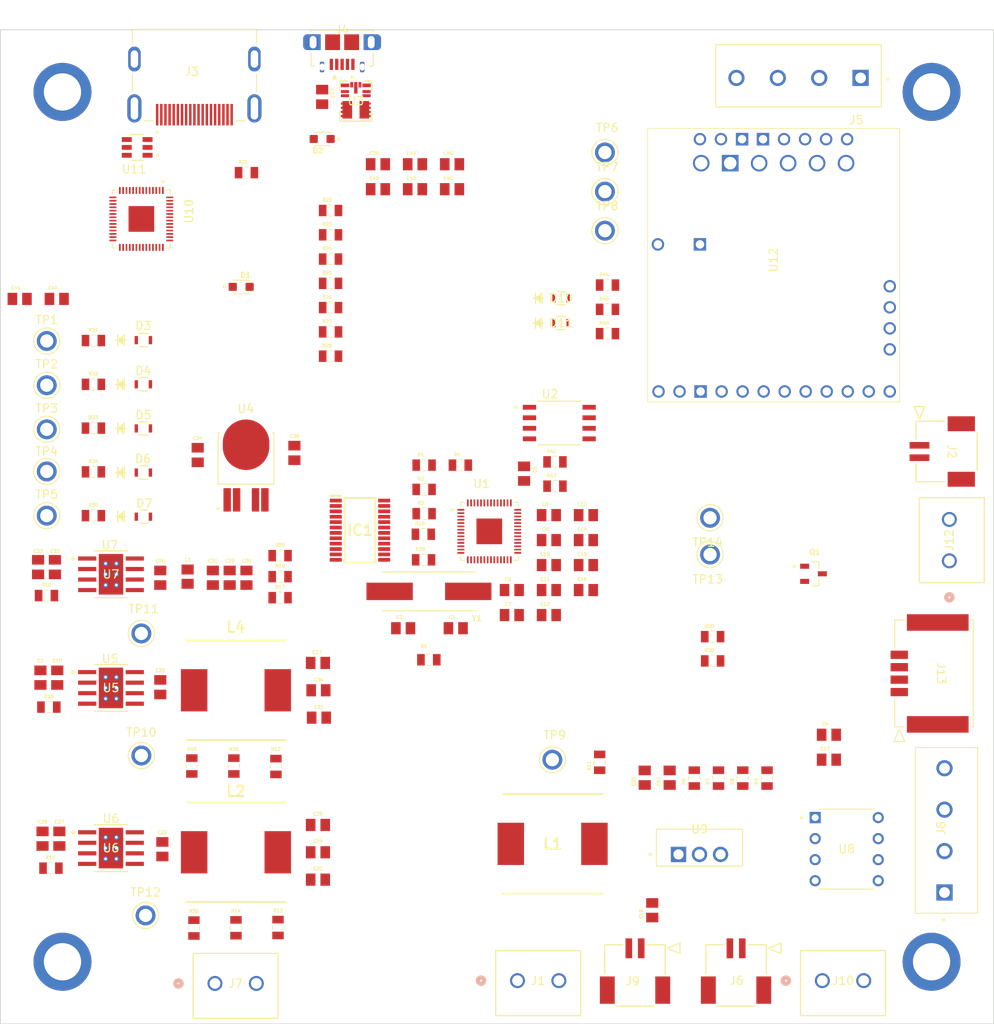
<source format=kicad_pcb>
(kicad_pcb (version 20221018) (generator pcbnew)
  (layers (0 "F.Cu" signal) (1 "In1.Cu" signal) (2 "In2.Cu" signal) (31 "B.Cu" signal) (34 "B.Paste" user) (35 "F.Paste" user) (36 "B.SilkS" user "B.Silkscreen") (37 "F.SilkS" user "F.Silkscreen") (38 "B.Mask" user) (39 "F.Mask" user) (44 "Edge.Cuts" user))
  (net 0 "")
  (net 1 "+48V")
  (net 2 "GNDREF")
  (net 3 "Net-(U1-XIN)")
  (net 4 "Net-(C3-Pad2)")
  (net 5 "Net-(J1-Pin_2)")
  (net 6 "GND")
  (net 7 "+3V3")
  (net 8 "Net-(U1-VREG_VOUT)")
  (net 9 "+16V")
  (net 10 "/Induction Heating/VSS")
  (net 11 "+5V")
  (net 12 "Net-(U5-BOOT)")
  (net 13 "Net-(U5-SW)")
  (net 14 "Net-(U6-BOOT)")
  (net 15 "Net-(U6-SW)")
  (net 16 "+12V")
  (net 17 "Net-(U7-BOOT)")
  (net 18 "Net-(U7-SW)")
  (net 19 "Net-(J1-Pin_1)")
  (net 20 "+3.3V")
  (net 21 "DVI_D2+")
  (net 22 "Net-(U11-D2+)")
  (net 23 "DVI_D2-")
  (net 24 "Net-(C40-Pad2)")
  (net 25 "DVI_D1+")
  (net 26 "Net-(C41-Pad2)")
  (net 27 "DVI_D1-")
  (net 28 "Net-(C42-Pad2)")
  (net 29 "DVI_D0+")
  (net 30 "Net-(C43-Pad2)")
  (net 31 "DVI_D0-")
  (net 32 "Net-(C44-Pad2)")
  (net 33 "DVI_CK+")
  (net 34 "Net-(C45-Pad2)")
  (net 35 "DVI_CK-")
  (net 36 "Net-(C46-Pad2)")
  (net 37 "Net-(C51-Pad1)")
  (net 38 "Net-(D3-Pad2)")
  (net 39 "Net-(D4-Pad2)")
  (net 40 "Net-(D5-Pad2)")
  (net 41 "Net-(D6-Pad2)")
  (net 42 "Net-(D7-Pad2)")
  (net 43 "Net-(D10-Pad2)")
  (net 44 "Net-(D11-Pad2)")
  (net 46 "AD2_EXT")
  (net 47 "AD1_EXT")
  (net 57 "HOT_LED_NEG")
  (net 58 "HOT_LED_POS")
  (net 59 "Motor_BIN1")
  (net 60 "Pump_Enable")
  (net 61 "Heat_PWM1")
  (net 62 "I2C0_SCL")
  (net 63 "I2C0_SDA")
  (net 64 "AD0_EXT")
  (net 65 "SCL_EXT")
  (net 66 "SDA_EXT")
  (net 67 "Net-(J2-Pin_1)")
  (net 68 "Net-(J3-D2+)")
  (net 69 "Net-(J3-D2-)")
  (net 70 "Net-(J3-D1+)")
  (net 71 "Net-(J3-D1-)")
  (net 72 "Net-(J3-D0+)")
  (net 73 "Net-(J3-D0-)")
  (net 74 "Net-(J3-CK+)")
  (net 75 "Net-(J3-CK-)")
  (net 78 "I2C1_SCL_DVI")
  (net 79 "I2C1_SDA_DVI")
  (net 80 "Net-(D1-A)")
  (net 82 "USB_D+")
  (net 83 "USB_D-")
  (net 85 "Net-(D2-A)")
  (net 86 "Net-(U12-BOUT1)")
  (net 87 "Net-(U12-BOUT2)")
  (net 88 "Net-(U12-AOUT2)")
  (net 89 "Net-(U12-AOUT1)")
  (net 92 "Watersense1_Mode")
  (net 93 "Watersense1_Read")
  (net 94 "Watersense2_Mode")
  (net 95 "Watersense2_Read")
  (net 96 "Net-(Q1-D)")
  (net 97 "Net-(Q1-G)")
  (net 98 "Net-(U1-QSPI_SS)")
  (net 99 "Net-(U1-USB_DP)")
  (net 100 "Net-(U1-USB_DM)")
  (net 101 "Net-(U1-XOUT)")
  (net 102 "Net-(U8-CATHODE)")
  (net 103 "Net-(U8-VO1)")
  (net 104 "Net-(U9-G)")
  (net 105 "Net-(U5-RT_SYNC)")
  (net 106 "Net-(U5-FB)")
  (net 107 "Net-(U6-FB)")
  (net 108 "Net-(U6-RT_SYNC)")
  (net 109 "Net-(U7-RT_SYNC)")
  (net 110 "Net-(U7-FB)")
  (net 111 "Net-(U6-PG)")
  (net 112 "Net-(U7-PG)")
  (net 113 "Net-(U5-PG)")
  (net 114 "Net-(U12-~STALL)")
  (net 115 "Net-(U12-~FLT)")
  (net 116 "Motor_RST")
  (net 117 "Net-(U12-BEMF)")
  (net 121 "Motor_SLP")
  (net 122 "Net-(U1-QSPI_SD3)")
  (net 123 "Net-(U1-QSPI_SCLK)")
  (net 124 "Net-(U1-QSPI_SD0)")
  (net 125 "Net-(U1-QSPI_SD2)")
  (net 126 "Net-(U1-QSPI_SD1)")
  (net 127 "Motor_BIN2")
  (net 128 "Motor_Step")
  (net 129 "Motor_DIR")
  (net 130 "Motor_SPI1_RX")
  (net 131 "Motor_SPI1_CSn")
  (net 132 "Motor_SPI1_CLK")
  (net 133 "Motor_SPI1_TX")
  (net 142 "MOSI1")
  (net 143 "MISO1")
  (footprint "footprints:CAPC2012X94N" (layer "F.Cu") (at 146.264 100.647)
    (fp_text reference "C12" (at -0.46 -1.32) (layer "F.SilkS") (effects (font (size 0.393701 0.393701))))
    (fp_text value "100n")
    (pad "1" smd rect (at -0.88 0) (size 1.16 1.47) (layers "F.Cu" "F.Paste" "F.Mask") (net 7 "+3V3"))
    (pad "2" smd rect (at 0.88 0) (size 1.16 1.47) (layers "F.Cu" "F.Paste" "F.Mask") (net 2 "GNDREF"))
  )
  (footprint "footprints:DDA0008E-MFG" (layer "F.Cu") (at 93.360001 95.728)
    (fp_text reference "U7" (at 0 0 unlocked) (layer "F.SilkS"))
    (fp_text value "PLMR38020FDDAR" hide)
    (fp_text user "U7" (at -0.142001 -3.526 unlocked) (layer "F.SilkS"))
    (pad "1" smd rect (at -2.874968 -1.905) (size 2.200001 0.499999) (layers "F.Cu" "F.Mask") (net 2 "GNDREF"))
    (pad "2" smd rect (at -2.874968 -0.635) (size 2.200001 0.499999) (layers "F.Cu" "F.Mask") (net 16 "+12V"))
    (pad "3" smd rect (at -2.874968 0.635) (size 2.200001 0.499999) (layers "F.Cu" "F.Mask") (net 16 "+12V"))
    (pad "4" smd rect (at -2.874968 1.905) (size 2.200001 0.499999) (layers "F.Cu" "F.Mask") (net 109 "Net-(U7-RT_SYNC)"))
    (pad "5" smd rect (at 2.874968 1.905) (size 2.200001 0.499999) (layers "F.Cu" "F.Mask") (net 110 "Net-(U7-FB)"))
    (pad "6" smd rect (at 2.874968 0.635) (size 2.200001 0.499999) (layers "F.Cu" "F.Mask") (net 112 "Net-(U7-PG)"))
    (pad "7" smd rect (at 2.874968 -0.635) (size 2.200001 0.499999) (layers "F.Cu" "F.Mask") (net 17 "Net-(U7-BOOT)"))
    (pad "8" smd rect (at 2.874968 -1.905) (size 2.200001 0.499999) (layers "F.Cu" "F.Mask") (net 18 "Net-(U7-SW)"))
    (pad "9" smd rect (at 0 0) (size 2.949999 4.900001) (layers "F.Cu") (net 2 "GNDREF"))
    (pad "10" thru_hole circle (at 0.650001 1.3) (size 0.629999 0.629999) (drill 0.3302) (layers "*.Cu" "*.Mask"))
    (pad "11" thru_hole circle (at 0.650001 0) (size 0.629999 0.629999) (drill 0.3302) (layers "*.Cu" "*.Mask"))
    (pad "12" thru_hole circle (at 0.650001 -1.3) (size 0.629999 0.629999) (drill 0.3302) (layers "*.Cu" "*.Mask"))
    (pad "13" thru_hole circle (at -0.650001 1.3) (size 0.629999 0.629999) (drill 0.3302) (layers "*.Cu" "*.Mask"))
    (pad "14" thru_hole circle (at -0.650001 0) (size 0.629999 0.629999) (drill 0.3302) (layers "*.Cu" "*.Mask"))
    (pad "15" thru_hole circle (at -0.650001 -1.3) (size 0.629999 0.629999) (drill 0.3302) (layers "*.Cu" "*.Mask"))
  )
  (footprint "footprints:CAPC2012X94N" (layer "F.Cu") (at 118.364 106.426 180)
    (fp_text reference "C37" (at 0.118 1.27) (layer "F.SilkS") (effects (font (size 0.393701 0.393701))))
    (fp_text value "10uF" hide)
    (pad "1" smd rect (at -0.88 0 180) (size 1.16 1.47) (layers "F.Cu" "F.Paste" "F.Mask") (net 9 "+16V"))
    (pad "2" smd rect (at 0.88 0 180) (size 1.16 1.47) (layers "F.Cu" "F.Paste" "F.Mask") (net 2 "GNDREF"))
  )
  (footprint "footprints:LED_GS75000_WRE" (layer "F.Cu") (at 97.2693 83.44745)
    (fp_text reference "D6" (at -0.0424 -1.6504 unlocked) (layer "F.SilkS"))
    (fp_text value "150080GS75000" hide)
    (pad "1" smd rect (at -0.8509 0) (size 0.4064 0.9906) (layers "F.Cu" "F.Paste" "F.Mask") (net 2 "GNDREF"))
    (pad "2" smd rect (at 0.8509 0) (size 0.4064 0.9906) (layers "F.Cu" "F.Paste" "F.Mask") (net 41 "Net-(D6-Pad2)"))
  )
  (footprint "footprints:XTAL_ABLS-12.000MHZ-B4-T" (layer "F.Cu") (at 131.775 97.79 180)
    (fp_text reference "Y1" (at -5.768 -3.2564) (layer "F.SilkS") (effects (font (size 0.64 0.64))))
    (fp_text value "~")
    (pad "1" smd rect (at -4.75 0 180) (size 5.6 2.1) (layers "F.Cu" "F.Paste" "F.Mask") (net 3 "Net-(U1-XIN)"))
    (pad "2" smd rect (at 4.75 0 180) (size 5.6 2.1) (layers "F.Cu" "F.Paste" "F.Mask") (net 4 "Net-(C3-Pad2)"))
  )
  (footprint "footprints:ShocktyDiode0805" (layer "F.Cu") (at 118.872 43.18 180)
    (fp_text reference "D2" (at 0.532 -1.4064) (layer "F.SilkS") (effects (font (size 0.64 0.64))))
    (fp_text value "D_Schottky" hide)
    (pad "A" smd roundrect (at 1.02 0 180) (size 0.99 0.97) (layers "F.Cu" "F.Paste" "F.Mask") (roundrect_rratio 0.12))
    (pad "C" smd roundrect (at -1.02 0 180) (size 0.99 0.97) (layers "F.Cu" "F.Paste" "F.Mask") (roundrect_rratio 0.12))
  )
  (footprint "footprints:RESC2012X60N" (layer "F.Cu") (at 152.4 118.425 90)
    (fp_text reference "R11" (at -0.41 -1.27 90) (layer "F.SilkS") (effects (font (size 0.393701 0.393701))))
    (fp_text value "3.3k")
    (pad "1" smd rect (at -0.955 0 90) (size 0.92 1.38) (layers "F.Cu" "F.Paste" "F.Mask") (net 10 "/Induction Heating/VSS"))
    (pad "2" smd rect (at 0.955 0 90) (size 0.92 1.38) (layers "F.Cu" "F.Paste" "F.Mask") (net 37 "Net-(C51-Pad1)"))
  )
  (footprint "footprints:RESC2012X60N" (layer "F.Cu") (at 91.2368 88.646)
    (fp_text reference "R35" (at 0 -1.27) (layer "F.SilkS") (effects (font (size 0.393701 0.393701))))
    (fp_text value "30" hide)
    (pad "1" smd rect (at -0.955 0) (size 0.92 1.38) (layers "F.Cu" "F.Paste" "F.Mask") (net 7 "+3V3"))
    (pad "2" smd rect (at 0.955 0) (size 0.92 1.38) (layers "F.Cu" "F.Paste" "F.Mask") (net 42 "Net-(D7-Pad2)"))
  )
  (footprint "footprints:RESC2012X60N" (layer "F.Cu") (at 119.888 66.466)
    (fp_text reference "R27" (at -0.41 -1.27) (layer "F.SilkS") (effects (font (size 0.393701 0.393701))))
    (fp_text value "5.6")
    (pad "1" smd rect (at -0.955 0) (size 0.92 1.38) (layers "F.Cu" "F.Paste" "F.Mask") (net 34 "Net-(C45-Pad2)"))
    (pad "2" smd rect (at 0.955 0) (size 0.92 1.38) (layers "F.Cu" "F.Paste" "F.Mask") (net 74 "Net-(J3-CK+)"))
  )
  (footprint "footprints:RESC2012X60N" (layer "F.Cu") (at 113.792 96.012 180)
    (fp_text reference "R18" (at 0 1.27) (layer "F.SilkS") (effects (font (size 0.393701 0.393701))))
    (fp_text value "27k" hide)
    (pad "1" smd rect (at -0.955 0 180) (size 0.92 1.38) (layers "F.Cu" "F.Paste" "F.Mask") (net 110 "Net-(U7-FB)"))
    (pad "2" smd rect (at 0.955 0 180) (size 0.92 1.38) (layers "F.Cu" "F.Paste" "F.Mask") (net 2 "GNDREF"))
  )
  (footprint "footprints:RESC2012X60N" (layer "F.Cu") (at 153.35 60.815)
    (fp_text reference "R44" (at -0.41 -1.27) (layer "F.SilkS") (effects (font (size 0.393701 0.393701))))
    (fp_text value "R_US")
    (pad "1" smd rect (at -0.955 0) (size 0.92 1.38) (layers "F.Cu" "F.Paste" "F.Mask") (net 114 "Net-(U12-~STALL)"))
    (pad "2" smd rect (at 0.955 0) (size 0.92 1.38) (layers "F.Cu" "F.Paste" "F.Mask") (net 43 "Net-(D10-Pad2)"))
  )
  (footprint "footprints:CAPC2012X94N" (layer "F.Cu") (at 118.364 129.286)
    (fp_text reference "C24" (at 0 -1.35) (layer "F.SilkS") (effects (font (size 0.393701 0.393701))))
    (fp_text value "10uF" hide)
    (pad "1" smd rect (at -0.88 0) (size 1.16 1.47) (layers "F.Cu" "F.Paste" "F.Mask") (net 16 "+12V"))
    (pad "2" smd rect (at 0.88 0) (size 1.16 1.47) (layers "F.Cu" "F.Paste" "F.Mask") (net 2 "GNDREF"))
  )
  (footprint "footprints:FOD3150_footprint" (layer "F.Cu") (at 182.245 128.905)
    (fp_text reference "U8" (at 0 0) (layer "F.SilkS"))
    (fp_text value "~")
    (pad "1" thru_hole rect (at -3.81 -3.81) (size 1.348 1.348) (drill 0.84) (layers "*.Cu" "*.Mask"))
    (pad "2" thru_hole circle (at -3.81 -1.27) (size 1.348 1.348) (drill 0.84) (layers "*.Cu" "*.Mask") (net 2 "GNDREF"))
    (pad "3" thru_hole circle (at -3.81 1.27) (size 1.348 1.348) (drill 0.84) (layers "*.Cu" "*.Mask") (net 102 "Net-(U8-CATHODE)"))
    (pad "4" thru_hole circle (at -3.81 3.81) (size 1.348 1.348) (drill 0.84) (layers "*.Cu" "*.Mask"))
    (pad "5" thru_hole circle (at 3.81 3.81) (size 1.348 1.348) (drill 0.84) (layers "*.Cu" "*.Mask") (net 10 "/Induction Heating/VSS"))
    (pad "6" thru_hole circle (at 3.81 1.27) (size 1.348 1.348) (drill 0.84) (layers "*.Cu" "*.Mask") (net 103 "Net-(U8-VO1)"))
    (pad "7" thru_hole circle (at 3.81 -1.27) (size 1.348 1.348) (drill 0.84) (layers "*.Cu" "*.Mask") (net 103 "Net-(U8-VO1)"))
    (pad "8" thru_hole circle (at 3.81 -3.81) (size 1.348 1.348) (drill 0.84) (layers "*.Cu" "*.Mask") (net 9 "+16V"))
  )
  (footprint "footprints:LED_GS75000_WRE" (layer "F.Cu") (at 97.2693 72.79075)
    (fp_text reference "D4" (at 0 -1.6256 unlocked) (layer "F.SilkS"))
    (fp_text value "150080GS75000" hide)
    (pad "1" smd rect (at -0.8509 0) (size 0.4064 0.9906) (layers "F.Cu" "F.Paste" "F.Mask") (net 2 "GNDREF"))
    (pad "2" smd rect (at 0.8509 0) (size 0.4064 0.9906) (layers "F.Cu" "F.Paste" "F.Mask") (net 39 "Net-(D4-Pad2)"))
  )
  (footprint "footprints:CAPC2012X94N" (layer "F.Cu") (at 143.265 83.575 -90)
    (fp_text reference "C5" (at -0.46 -1.32 90) (layer "F.SilkS") (effects (font (size 0.393701 0.393701))))
    (fp_text value "100n")
    (pad "1" smd rect (at -0.88 0 270) (size 1.16 1.47) (layers "F.Cu" "F.Paste" "F.Mask") (net 7 "+3V3"))
    (pad "2" smd rect (at 0.88 0 270) (size 1.16 1.47) (layers "F.Cu" "F.Paste" "F.Mask") (net 2 "GNDREF"))
  )
  (footprint "footprints:LED_GS75000_WRE" (layer "F.Cu") (at 97.2693 88.7758)
    (fp_text reference "D7" (at 0.1016 -1.603 unlocked) (layer "F.SilkS"))
    (fp_text value "150080GS75000" hide)
    (pad "1" smd rect (at -0.8509 0) (size 0.4064 0.9906) (layers "F.Cu" "F.Paste" "F.Mask") (net 2 "GNDREF"))
    (pad "2" smd rect (at 0.8509 0) (size 0.4064 0.9906) (layers "F.Cu" "F.Paste" "F.Mask") (net 42 "Net-(D7-Pad2)"))
  )
  (footprint "footprints:CON_5025840270_MOL" (layer "F.Cu") (at 191.04 80.155349 -90)
    (fp_text reference "J2" (at 0.750001 -3.905 -90 unlocked) (layer "F.SilkS"))
    (fp_text value "Conn_01x02" hide)
    (pad "1" smd rect (at 0 0 270) (size 0.8 2.4) (layers "F.Cu" "F.Paste" "F.Mask") (net 67 "Net-(J2-Pin_1)"))
    (pad "2" smd rect (at 1.5 0 270) (size 0.8 2.4) (layers "F.Cu" "F.Paste" "F.Mask") (net 2 "GNDREF"))
    (pad "3" smd rect (at -2.599995 -5.050003 270) (size 1.8 3.300001) (layers "F.Cu" "F.Paste" "F.Mask"))
    (pad "4" smd rect (at 4.099994 -5.050003 270) (size 1.8 3.300001) (layers "F.Cu" "F.Paste" "F.Mask"))
  )
  (footprint "footprints:TP_5014" (layer "F.Cu") (at 153.035 54.25)
    (fp_text reference "TP8" (at 0.279825 -2.972945) (layer "F.SilkS") (effects (font (size 1.00122 1.00122))))
    (fp_text value "5014")
    (pad "TP" thru_hole circle (at 0 0) (size 2.4 2.4) (drill 1.6) (layers "*.Cu" "*.Mask") (net 117 "Net-(U12-BEMF)"))
  )
  (footprint "footprints:RESC2012X60N" (layer "F.Cu") (at 119.888 51.816)
    (fp_text reference "R22" (at -0.41 -1.27) (layer "F.SilkS") (effects (font (size 0.393701 0.393701))))
    (fp_text value "5.6")
    (pad "1" smd rect (at -0.955 0) (size 0.92 1.38) (layers "F.Cu" "F.Paste" "F.Mask") (net 69 "Net-(J3-D2-)"))
    (pad "2" smd rect (at 0.955 0) (size 0.92 1.38) (layers "F.Cu" "F.Paste" "F.Mask") (net 24 "Net-(C40-Pad2)"))
  )
  (footprint "footprints:TP_5014" (layer "F.Cu") (at 85.598 88.646)
    (fp_text reference "TP5" (at 0 -2.54) (layer "F.SilkS") (effects (font (size 1.00122 1.00122))))
    (fp_text value "5014" hide)
    (pad "TP" thru_hole circle (at 0 0) (size 2.4 2.4) (drill 1.6) (layers "*.Cu" "*.Mask") (net 7 "+3V3"))
  )
  (footprint "footprints:LED_GS75000_WRE" (layer "F.Cu") (at 97.2693 67.4624)
    (fp_text reference "D3" (at 0 -1.7272 unlocked) (layer "F.SilkS"))
    (fp_text value "150080GS75000" hide)
    (pad "1" smd rect (at -0.8509 0) (size 0.4064 0.9906) (layers "F.Cu" "F.Paste" "F.Mask") (net 2 "GNDREF"))
    (pad "2" smd rect (at 0.8509 0) (size 0.4064 0.9906) (layers "F.Cu" "F.Paste" "F.Mask") (net 38 "Net-(D3-Pad2)"))
  )
  (footprint "footprints:RESC2012X60N" (layer "F.Cu") (at 135.57 82.55)
    (fp_text reference "R4" (at -0.41 -1.27) (layer "F.SilkS") (effects (font (size 0.393701 0.393701))))
    (fp_text value "27.4")
    (pad "1" smd rect (at -0.955 0) (size 0.92 1.38) (layers "F.Cu" "F.Paste" "F.Mask") (net 83 "USB_D-"))
    (pad "2" smd rect (at 0.955 0) (size 0.92 1.38) (layers "F.Cu" "F.Paste" "F.Mask") (net 100 "Net-(U1-USB_DM)"))
  )
  (footprint "footprints:DDA0008E-MFG" (layer "F.Cu") (at 93.360001 109.444)
    (fp_text reference "U5" (at 0 0 unlocked) (layer "F.SilkS"))
    (fp_text value "PLMR38020FDDAR" hide)
    (fp_text user "U5" (at -0.111999 -3.526 unlocked) (layer "F.SilkS"))
    (pad "1" smd rect (at -2.874968 -1.905) (size 2.200001 0.499999) (layers "F.Cu" "F.Mask") (net 2 "GNDREF"))
    (pad "2" smd rect (at -2.874968 -0.635) (size 2.200001 0.499999) (layers "F.Cu" "F.Mask") (net 1 "+48V"))
    (pad "3" smd rect (at -2.874968 0.635) (size 2.200001 0.499999) (layers "F.Cu" "F.Mask") (net 1 "+48V"))
    (pad "4" smd rect (at -2.874968 1.905) (size 2.200001 0.499999) (layers "F.Cu" "F.Mask") (net 105 "Net-(U5-RT_SYNC)"))
    (pad "5" smd rect (at 2.874968 1.905) (size 2.200001 0.499999) (layers "F.Cu" "F.Mask") (net 106 "Net-(U5-FB)"))
    (pad "6" smd rect (at 2.874968 0.635) (size 2.200001 0.499999) (layers "F.Cu" "F.Mask") (net 113 "Net-(U5-PG)"))
    (pad "7" smd rect (at 2.874968 -0.635) (size 2.200001 0.499999) (layers "F.Cu" "F.Mask") (net 12 "Net-(U5-BOOT)"))
    (pad "8" smd rect (at 2.874968 -1.905) (size 2.200001 0.499999) (layers "F.Cu" "F.Mask") (net 13 "Net-(U5-SW)"))
    (pad "9" smd rect (at 0 0) (size 2.949999 4.900001) (layers "F.Cu") (net 2 "GNDREF"))
    (pad "10" thru_hole circle (at 0.650001 1.3) (size 0.629999 0.629999) (drill 0.3302) (layers "*.Cu" "*.Mask"))
    (pad "11" thru_hole circle (at 0.650001 0) (size 0.629999 0.629999) (drill 0.3302) (layers "*.Cu" "*.Mask"))
    (pad "12" thru_hole circle (at 0.650001 -1.3) (size 0.629999 0.629999) (drill 0.3302) (layers "*.Cu" "*.Mask"))
    (pad "13" thru_hole circle (at -0.650001 1.3) (size 0.629999 0.629999) (drill 0.3302) (layers "*.Cu" "*.Mask"))
    (pad "14" thru_hole circle (at -0.650001 0) (size 0.629999 0.629999) (drill 0.3302) (layers "*.Cu" "*.Mask"))
    (pad "15" thru_hole circle (at -0.650001 -1.3) (size 0.629999 0.629999) (drill 0.3302) (layers "*.Cu" "*.Mask"))
  )
  (footprint "footprints:RESC2012X60N" (layer "F.Cu") (at 113.284 118.933 90)
    (fp_text reference "R12" (at 2.093 0) (layer "F.SilkS") (effects (font (size 0.393701 0.393701))))
    (fp_text value "110k" hide)
    (pad "1" smd rect (at -0.955 0 90) (size 0.92 1.38) (layers "F.Cu" "F.Paste" "F.Mask") (net 9 "+16V"))
    (pad "2" smd rect (at 0.955 0 90) (size 0.92 1.38) (layers "F.Cu" "F.Paste" "F.Mask") (net 106 "Net-(U5-FB)"))
  )
  (footprint "footprints:RESC2012X60N" (layer "F.Cu") (at 108.458 138.3995 -90)
    (fp_text reference "R14" (at -2.032 0 -180) (layer "F.SilkS") (effects (font (size 0.393701 0.393701))))
    (fp_text value "10k" hide)
    (pad "1" smd rect (at -0.955 0 270) (size 0.92 1.38) (layers "F.Cu" "F.Paste" "F.Mask") (net 107 "Net-(U6-FB)"))
    (pad "2" smd rect (at 0.955 0 270) (size 0.92 1.38) (layers "F.Cu" "F.Paste" "F.Mask") (net 2 "GNDREF"))
  )
  (footprint "footprints:DDA0008E-MFG" (layer "F.Cu") (at 93.360001 128.778)
    (fp_text reference "U6" (at 0 0 unlocked) (layer "F.SilkS"))
    (fp_text value "PLMR38020FDDAR" hide)
    (fp_text user "U6" (at 0 -3.556 unlocked) (layer "F.SilkS"))
    (pad "1" smd rect (at -2.874968 -1.905) (size 2.200001 0.499999) (layers "F.Cu" "F.Mask") (net 2 "GNDREF"))
    (pad "2" smd rect (at -2.874968 -0.635) (size 2.200001 0.499999) (layers "F.Cu" "F.Mask") (net 1 "+48V"))
    (pad "3" smd rect (at -2.874968 0.635) (size 2.200001 0.499999) (layers "F.Cu" "F.Mask") (net 1 "+48V"))
    (pad "4" smd rect (at -2.874968 1.905) (size 2.200001 0.499999) (layers "F.Cu" "F.Mask") (net 108 "Net-(U6-RT_SYNC)"))
    (pad "5" smd rect (at 2.874968 1.905) (size 2.200001 0.499999) (layers "F.Cu" "F.Mask") (net 107 "Net-(U6-FB)"))
    (pad "6" smd rect (at 2.874968 0.635) (size 2.200001 0.499999) (layers "F.Cu" "F.Mask") (net 111 "Net-(U6-PG)"))
    (pad "7" smd rect (at 2.874968 -0.635) (size 2.200001 0.499999) (layers "F.Cu" "F.Mask") (net 14 "Net-(U6-BOOT)"))
    (pad "8" smd rect (at 2.874968 -1.905) (size 2.200001 0.499999) (layers "F.Cu" "F.Mask") (net 15 "Net-(U6-SW)"))
    (pad "9" smd rect (at 0 0) (size 2.949999 4.900001) (layers "F.Cu") (net 2 "GNDREF"))
    (pad "10" thru_hole circle (at 0.650001 1.3) (size 0.629999 0.629999) (drill 0.3302) (layers "*.Cu" "*.Mask"))
    (pad "11" thru_hole circle (at 0.650001 0) (size 0.629999 0.629999) (drill 0.3302) (layers "*.Cu" "*.Mask"))
    (pad "12" thru_hole circle (at 0.650001 -1.3) (size 0.629999 0.629999) (drill 0.3302) (layers "*.Cu" "*.Mask"))
    (pad "13" thru_hole circle (at -0.650001 1.3) (size 0.629999 0.629999) (drill 0.3302) (layers "*.Cu" "*.Mask"))
    (pad "14" thru_hole circle (at -0.650001 0) (size 0.629999 0.629999) (drill 0.3302) (layers "*.Cu" "*.Mask"))
    (pad "15" thru_hole circle (at -0.650001 -1.3) (size 0.629999 0.629999) (drill 0.3302) (layers "*.Cu" "*.Mask"))
  )
  (footprint "footprints:RESC2012X60N" (layer "F.Cu") (at 166.76 120.33 90)
    (fp_text reference "R7" (at -0.41 -1.27 90) (layer "F.SilkS") (effects (font (size 0.393701 0.393701))))
    (fp_text value "16")
    (pad "1" smd rect (at -0.955 0 90) (size 0.92 1.38) (layers "F.Cu" "F.Paste" "F.Mask") (net 103 "Net-(U8-VO1)"))
    (pad "2" smd rect (at 0.955 0 90) (size 0.92 1.38) (layers "F.Cu" "F.Paste" "F.Mask") (net 104 "Net-(U9-G)"))
  )
  (footprint "footprints:RESC2012X60N" (layer "F.Cu") (at 103.124 118.872 90)
    (fp_text reference "R40" (at 2.032 0 180) (layer "F.SilkS") (effects (font (size 0.393701 0.393701))))
    (fp_text value "10k" hide)
    (pad "1" smd rect (at -0.955 0 90) (size 0.92 1.38) (layers "F.Cu" "F.Paste" "F.Mask") (net 9 "+16V"))
    (pad "2" smd rect (at 0.955 0 90) (size 0.92 1.38) (layers "F.Cu" "F.Paste" "F.Mask") (net 113 "Net-(U5-PG)"))
  )
  (footprint "footprints:RESC2012X60N" (layer "F.Cu") (at 109.728 47.244)
    (fp_text reference "R21" (at -0.41 -1.27) (layer "F.SilkS") (effects (font (size 0.393701 0.393701))))
    (fp_text value "5.6")
    (pad "1" smd rect (at -0.955 0) (size 0.92 1.38) (layers "F.Cu" "F.Paste" "F.Mask") (net 22 "Net-(U11-D2+)"))
    (pad "2" smd rect (at 0.955 0) (size 0.92 1.38) (layers "F.Cu" "F.Paste" "F.Mask") (net 68 "Net-(J3-D2+)"))
  )
  (footprint "footprints:CONN2_710002_WRE" (layer "F.Cu") (at 194.647701 94.1051 90)
    (fp_text reference "J12" (at 2.5 0 90 unlocked) (layer "F.SilkS"))
    (fp_text value "691137710002" hide)
    (pad "1" thru_hole circle (at 0 0 90) (size 1.8034 1.8034) (drill 1.2954) (layers "*.Cu" "*.Mask") (net 16 "+12V"))
    (pad "2" thru_hole circle (at 5 0 90) (size 1.8034 1.8034) (drill 1.2954) (layers "*.Cu" "*.Mask") (net 96 "Net-(Q1-D)"))
  )
  (footprint "footprints:TP_5014" (layer "F.Cu") (at 97.536 136.906)
    (fp_text reference "TP12" (at 0 -2.794) (layer "F.SilkS") (effects (font (size 1.00122 1.00122))))
    (fp_text value "5014" hide)
    (pad "TP" thru_hole circle (at 0 0) (size 2.4 2.4) (drill 1.6) (layers "*.Cu" "*.Mask") (net 111 "Net-(U6-PG)"))
  )
  (footprint "footprints:INDPM120120X800N" (layer "F.Cu") (at 146.715 128.27)
    (fp_text reference "L1" (at 0 0) (layer "F.SilkS") (effects (font (size 1.27 1.27) (thickness 0.254))))
    (fp_text value "10uH" hide)
    (pad "1" smd rect (at -5.05 0) (size 3.2 5.1) (layers "F.Cu" "F.Paste" "F.Mask") (net 1 "+48V"))
    (pad "2" smd rect (at 5.05 0) (size 3.2 5.1) (layers "F.Cu" "F.Paste" "F.Mask") (net 5 "Net-(J1-Pin_2)"))
  )
  (footprint "footprints:CAPC2012X94N" (layer "F.Cu") (at 134.564 49.244)
    (fp_text reference "C46" (at -0.46 -1.32) (layer "F.SilkS") (effects (font (size 0.393701 0.393701))))
    (fp_text value "100nF")
    (pad "1" smd rect (at -0.88 0) (size 1.16 1.47) (layers "F.Cu" "F.Paste" "F.Mask") (net 35 "DVI_CK-"))
    (pad "2" smd rect (at 0.88 0) (size 1.16 1.47) (layers "F.Cu" "F.Paste" "F.Mask") (net 36 "Net-(C46-Pad2)"))
  )
  (footprint "footprints:RESC2012X60N" (layer "F.Cu") (at 153.35 66.675)
    (fp_text reference "R46" (at -0.41 -1.27) (layer "F.SilkS") (effects (font (size 0.393701 0.393701))))
    (fp_text value "R_US")
    (pad "1" smd rect (at -0.955 0) (size 0.92 1.38) (layers "F.Cu" "F.Paste" "F.Mask") (net 116 "Motor_RST"))
    (pad "2" smd rect (at 0.955 0) (size 0.92 1.38) (layers "F.Cu" "F.Paste" "F.Mask") (net 2 "GNDREF"))
  )
  (footprint "footprints:RESC2012X60N" (layer "F.Cu") (at 85.852 111.76)
    (fp_text reference "R10" (at 0 -1.27) (layer "F.SilkS") (effects (font (size 0.393701 0.393701))))
    (fp_text value "64.9k" hide)
    (pad "1" smd rect (at -0.955 0) (size 0.92 1.38) (layers "F.Cu" "F.Paste" "F.Mask") (net 105 "Net-(U5-RT_SYNC)"))
    (pad "2" smd rect (at 0.955 0) (size 0.92 1.38) (layers "F.Cu" "F.Paste" "F.Mask") (net 2 "GNDREF"))
  )
  (footprint "footprints:TP_5014" (layer "F.Cu") (at 97.028 102.87)
    (fp_text reference "TP11" (at 0.279825 -2.972945) (layer "F.SilkS") (effects (font (size 1.00122 1.00122))))
    (fp_text value "5014" hide)
    (pad "TP" thru_hole circle (at 0 0) (size 2.4 2.4) (drill 1.6) (layers "*.Cu" "*.Mask") (net 112 "Net-(U7-PG)"))
  )
  (footprint "footprints:CONN2_710002_WRE" (layer "F.Cu") (at 179.300703 144.78)
    (fp_text reference "J10" (at 2.5 0 unlocked) (layer "F.SilkS"))
    (fp_text value "691137710002" hide)
    (pad "1" thru_hole circle (at 0 0) (size 1.8034 1.8034) (drill 1.2954) (layers "*.Cu" "*.Mask") (net 2 "GNDREF"))
    (pad "2" thru_hole circle (at 5 0) (size 1.8034 1.8034) (drill 1.2954) (layers "*.Cu" "*.Mask") (net 11 "+5V"))
  )
  (footprint "footprints:CONN2_710002_WRE" (layer "F.Cu") (at 105.9199 145.117701)
    (fp_text reference "J7" (at 2.5 0 unlocked) (layer "F.SilkS"))
    (fp_text value "691137710002" hide)
    (pad "1" thru_hole circle (at 0 0) (size 1.8034 1.8034) (drill 1.2954) (layers "*.Cu" "*.Mask") (net 1 "+48V"))
    (pad "2" thru_hole circle (at 5 0) (size 1.8034 1.8034) (drill 1.2954) (layers "*.Cu" "*.Mask") (net 2 "GNDREF"))
  )
  (footprint "footprints:RESC2012X60N" (layer "F.Cu") (at 163.83 120.33 90)
    (fp_text reference "R6" (at -0.41 -1.27 90) (layer "F.SilkS") (effects (font (size 0.393701 0.393701))))
    (fp_text value "330")
    (pad "1" smd rect (at -0.955 0 90) (size 0.92 1.38) (layers "F.Cu" "F.Paste" "F.Mask") (net 61 "Heat_PWM1"))
    (pad "2" smd rect (at 0.955 0 90) (size 0.92 1.38) (layers "F.Cu" "F.Paste" "F.Mask") (net 102 "Net-(U8-CATHODE)"))
  )
  (footprint "footprints:CAPC2012X94N" (layer "F.Cu") (at 146.264 91.599)
    (fp_text reference "C9" (at -0.46 -1.32) (layer "F.SilkS") (effects (font (size 0.393701 0.393701))))
    (fp_text value "100n")
    (pad "1" smd rect (at -0.88 0) (size 1.16 1.47) (layers "F.Cu" "F.Paste" "F.Mask") (net 7 "+3V3"))
    (pad "2" smd rect (at 0.88 0) (size 1.16 1.47) (layers "F.Cu" "F.Paste" "F.Mask") (net 2 "GNDREF"))
  )
  (footprint "footprints:CAPC2012X94N" (layer "F.Cu") (at 105.664 96.148 90)
    (fp_text reference "C31" (at 2.032 0 180) (layer "F.SilkS") (effects (font (size 0.393701 0.393701))))
    (fp_text value "10uF" hide)
    (pad "1" smd rect (at -0.88 0 90) (size 1.16 1.47) (layers "F.Cu" "F.Paste" "F.Mask") (net 11 "+5V"))
    (pad "2" smd rect (at 0.88 0 90) (size 1.16 1.47) (layers "F.Cu" "F.Paste" "F.Mask") (net 2 "GNDREF"))
  )
  (footprint "footprints:CAPC2012X94N" (layer "F.Cu") (at 118.872 38.1 -90)
    (fp_text reference "C47" (at -0.46 -1.32 90) (layer "F.SilkS") (effects (font (size 0.393701 0.393701))))
    (fp_text value "100nF")
    (pad "1" smd rect (at -0.88 0 270) (size 1.16 1.47) (layers "F.Cu" "F.Paste" "F.Mask") (net 2 "GNDREF"))
    (pad "2" smd rect (at 0.88 0 270) (size 1.16 1.47) (layers "F.Cu" "F.Paste" "F.Mask") (net 11 "+5V"))
  )
  (footprint "footprints:CAPC2012X94N" (layer "F.Cu") (at 157.841 120.282 90)
    (fp_text reference "C35" (at -0.46 -1.32 90) (layer "F.SilkS") (effects (font (size 0.393701 0.393701))))
    (fp_text value "ECWF6754HL")
    (pad "1" smd rect (at -0.88 0 90) (size 1.16 1.47) (layers "F.Cu" "F.Paste" "F.Mask") (net 19 "Net-(J1-Pin_1)"))
    (pad "2" smd rect (at 0.88 0 90) (size 1.16 1.47) (layers "F.Cu" "F.Paste" "F.Mask") (net 5 "Net-(J1-Pin_2)"))
  )
  (footprint "footprints:RESC2012X60N" (layer "F.Cu") (at 131.19 85.48)
    (fp_text reference "R2" (at -0.41 -1.27) (layer "F.SilkS") (effects (font (size 0.393701 0.393701))))
    (fp_text value "DNF")
    (pad "1" smd rect (at -0.955 0) (size 0.92 1.38) (layers "F.Cu" "F.Paste" "F.Mask") (net 98 "Net-(U1-QSPI_SS)"))
    (pad "2" smd rect (at 0.955 0) (size 0.92 1.38) (layers "F.Cu" "F.Paste" "F.Mask") (net 7 "+3V3"))
  )
  (footprint "footprints:RESC2012X60N" (layer "F.Cu") (at 131.095 90.895)
    (fp_text reference "R19" (at -0.41 -1.27) (layer "F.SilkS") (effects (font (size 0.393701 0.393701))))
    (fp_text value "4.7k")
    (pad "1" smd rect (at -0.955 0) (size 0.92 1.38) (layers "F.Cu" "F.Paste" "F.Mask") (net 20 "+3.3V"))
    (pad "2" smd rect (at 0.955 0) (size 0.92 1.38) (layers "F.Cu" "F.Paste" "F.Mask") (net 63 "I2C0_SDA"))
  )
  (footprint "footprints:W25Q128JVSIM_footprint" (layer "F.Cu") (at 147.525 77.47)
    (fp_text reference "U2" (at -1.125 -3.502) (layer "F.SilkS"))
    (fp_text value "W25Q128JVS")
    (pad "1" smd roundrect (at -3.605 -1.905) (size 1.61 0.58) (layers "F.Cu" "F.Paste" "F.Mask") (roundrect_rratio 0.07) (net 98 "Net-(U1-QSPI_SS)"))
    (pad "2" smd roundrect (at -3.605 -0.635) (size 1.61 0.58) (layers "F.Cu" "F.Paste" "F.Mask") (roundrect_rratio 0.07) (net 126 "Net-(U1-QSPI_SD1)"))
    (pad "3" smd roundrect (at -3.605 0.635) (size 1.61 0.58) (layers "F.Cu" "F.Paste" "F.Mask") (roundrect_rratio 0.07) (net 125 "Net-(U1-QSPI_SD2)"))
    (pad "4" smd roundrect (at -3.605 1.905) (size 1.61 0.58) (layers "F.Cu" "F.Paste" "F.Mask") (roundrect_rratio 0.07) (net 2 "GNDREF"))
    (pad "5" smd roundrect (at 3.605 1.905) (size 1.61 0.58) (layers "F.Cu" "F.Paste" "F.Mask") (roundrect_rratio 0.07) (net 124 "Net-(U1-QSPI_SD0)"))
    (pad "6" smd roundrect (at 3.605 0.635) (size 1.61 0.58) (layers "F.Cu" "F.Paste" "F.Mask") (roundrect_rratio 0.07) (net 123 "Net-(U1-QSPI_SCLK)"))
    (pad "7" smd roundrect (at 3.605 -0.635) (size 1.61 0.58) (layers "F.Cu" "F.Paste" "F.Mask") (roundrect_rratio 0.07) (net 122 "Net-(U1-QSPI_SD3)"))
    (pad "8" smd roundrect (at 3.605 -1.905) (size 1.61 0.58) (layers "F.Cu" "F.Paste" "F.Mask") (roundrect_rratio 0.07) (net 7 "+3V3"))
  )
  (footprint "footprints:CAPC2012X94N" (layer "F.Cu") (at 86.802 62.484)
    (fp_text reference "C44" (at -0.46 -1.32) (layer "F.SilkS") (effects (font (size 0.393701 0.393701))))
    (fp_text value "100nF")
    (pad "1" smd rect (at -0.88 0) (size 1.16 1.47) (layers "F.Cu" "F.Paste" "F.Mask") (net 31 "DVI_D0-"))
    (pad "2" smd rect (at 0.88 0) (size 1.16 1.47) (layers "F.Cu" "F.Paste" "F.Mask") (net 32 "Net-(C44-Pad2)"))
  )
  (footprint "footprints:CAPC2012X94N" (layer "F.Cu") (at 130.088 49.244)
    (fp_text reference "C43" (at -0.46 -1.32) (layer "F.SilkS") (effects (font (size 0.393701 0.393701))))
    (fp_text value "100nF")
    (pad "1" smd rect (at -0.88 0) (size 1.16 1.47) (layers "F.Cu" "F.Paste" "F.Mask") (net 29 "DVI_D0+"))
    (pad "2" smd rect (at 0.88 0) (size 1.16 1.47) (layers "F.Cu" "F.Paste" "F.Mask") (net 30 "Net-(C43-Pad2)"))
  )
  (footprint "footprints:RP2040_Footprint" (layer "F.Cu") (at 97.028 52.832 -90)
    (fp_text reference "U10" (at -0.93 -5.74 90) (layer "F.SilkS"))
    (fp_text value "TPD4E1U06DBVR" hide)
    (pad "1" smd roundrect (at -3.435 -2.6 270) (size 0.84 0.2) (layers "F.Cu" "F.Paste" "F.Mask") (roundrect_rratio 0.03) (net 73 "Net-(J3-D0-)"))
    (pad "2" smd roundrect (at -3.435 -2.2 270) (size 0.84 0.2) (layers "F.Cu" "F.Paste" "F.Mask") (roundrect_rratio 0.03) (net 2 "GNDREF"))
    (pad "3" smd roundrect (at -3.435 -1.8 270) (size 0.84 0.2) (layers "F.Cu" "F.Paste" "F.Mask") (roundrect_rratio 0.03) (net 75 "Net-(J3-CK-)"))
    (pad "4" smd roundrect (at -3.435 -1.4 270) (size 0.84 0.2) (layers "F.Cu" "F.Paste" "F.Mask") (roundrect_rratio 0.03) (net 33 "DVI_CK+"))
    (pad "5" smd roundrect (at -3.435 -1 270) (size 0.84 0.2) (layers "F.Cu" "F.Paste" "F.Mask") (roundrect_rratio 0.03))
    (pad "6" smd roundrect (at -3.435 -0.6 270) (size 0.84 0.2) (layers "F.Cu" "F.Paste" "F.Mask") (roundrect_rratio 0.03) (net 29 "DVI_D0+"))
    (pad "7" smd roundrect (at -3.435 -0.2 270) (size 0.84 0.2) (layers "F.Cu" "F.Paste" "F.Mask") (roundrect_rratio 0.03))
    (pad "8" smd roundrect (at -3.435 0.2 270) (size 0.84 0.2) (layers "F.Cu" "F.Paste" "F.Mask") (roundrect_rratio 0.03))
    (pad "9" smd roundrect (at -3.435 0.6 270) (size 0.84 0.2) (layers "F.Cu" "F.Paste" "F.Mask") (roundrect_rratio 0.03))
    (pad "10" smd roundrect (at -3.435 1 270) (size 0.84 0.2) (layers "F.Cu" "F.Paste" "F.Mask") (roundrect_rratio 0.03))
    (pad "11" smd roundrect (at -3.435 1.4 270) (size 0.84 0.2) (layers "F.Cu" "F.Paste" "F.Mask") (roundrect_rratio 0.03))
    (pad "12" smd roundrect (at -3.435 1.8 270) (size 0.84 0.2) (layers "F.Cu" "F.Paste" "F.Mask") (roundrect_rratio 0.03))
    (pad "13" smd roundrect (at -3.435 2.2 270) (size 0.84 0.2) (layers "F.Cu" "F.Paste" "F.Mask") (roundrect_rratio 0.03))
    (pad "14" smd roundrect (at -3.435 2.6 270) (size 0.84 0.2) (layers "F.Cu" "F.Paste" "F.Mask") (roundrect_rratio 0.03))
    (pad "15" smd roundrect (at -2.6 3.435 270) (size 0.2 0.84) (layers "F.Cu" "F.Paste" "F.Mask") (roundrect_rratio 0.1))
    (pad "16" smd roundrect (at -2.2 3.435 270) (size 0.2 0.84) (layers "F.Cu" "F.Paste" "F.Mask") (roundrect_rratio 0.1))
    (pad "17" smd roundrect (at -1.8 3.435 270) (size 0.2 0.84) (layers "F.Cu" "F.Paste" "F.Mask") (roundrect_rratio 0.1))
    (pad "18" smd roundrect (at -1.4 3.435 270) (size 0.2 0.84) (layers "F.Cu" "F.Paste" "F.Mask") (roundrect_rratio 0.1))
    (pad "19" smd roundrect (at -1 3.435 270) (size 0.2 0.84) (layers "F.Cu" "F.Paste" "F.Mask") (roundrect_rratio 0.1))
    (pad "20" smd roundrect (at -0.6 3.435 270) (size 0.2 0.84) (layers "F.Cu" "F.Paste" "F.Mask") (roundrect_rratio 0.1))
    (pad "21" smd roundrect (at -0.2 3.435 270) (size 0.2 0.84) (layers "F.Cu" "F.Paste" "F.Mask") (roundrect_rratio 0.1))
    (pad "22" smd roundrect (at 0.2 3.435 270) (size 0.2 0.84) (layers "F.Cu" "F.Paste" "F.Mask") (roundrect_rratio 0.1))
    (pad "23" smd roundrect (at 0.6 3.435 270) (size 0.2 0.84) (layers "F.Cu" "F.Paste" "F.Mask") (roundrect_rratio 0.1))
    (pad "24" smd roundrect (at 1 3.435 270) (size 0.2 0.84) (layers "F.Cu" "F.Paste" "F.Mask") (roundrect_rratio 0.1))
    (pad "25" smd roundrect (at 1.4 3.435 270) (size 0.2 0.84) (layers "F.Cu" "F.Paste" "F.Mask") (roundrect_rratio 0.1))
    (pad "26" smd roundrect (at 1.8 3.435 270) (size 0.2 0.84) (layers "F.Cu" "F.Paste" "F.Mask") (roundrect_rratio 0.1))
    (pad "27" smd roundrect (at 2.2 3.435 270) (size 0.2 0.84) (layers "F.Cu" "F.Paste" "F.Mask") (roundrect_rratio 0.1))
    (pad "28" smd roundrect (at 2.6 3.435 270) (size 0.2 0.84) (layers "F.Cu" "F.Paste" "F.Mask") (roundrect_rratio 0.1))
    (pad "29" smd roundrect (at 3.435 2.6 270) (size 0.84 0.2) (layers "F.Cu" "F.Paste" "F.Mask") (roundrect_rratio 0.03))
    (pad "30" smd roundrect (at 3.435 2.2 270) (size 0.84 0.2) (layers "F.Cu" "F.Paste" "F.Mask") (roundrect_rratio 0.03))
    (pad "31" smd roundrect (at 3.435 1.8 270) (size 0.84 0.2) (layers "F.Cu" "F.Paste" "F.Mask") (roundrect_rratio 0.03))
    (pad "32" smd roundrect (at 3.435 1.4 270) (size 0.84 0.2) (layers "F.Cu" "F.Paste" "F.Mask") (roundrect_rratio 0.03))
    (pad "33" smd roundrect (at 3.435 1 270) (size 0.84 0.2) (layers "F.Cu" "F.Paste" "F.Mask") (roundrect_rratio 0.03))
    (pad "34" smd roundrect (at 3.435 0.6 270) (size 0.84 0.2) (layers "F.Cu" "F.Paste" "F.Mask") (roundrect_rratio 0.03))
    (pad "35" smd roundrect (at 3.435 0.2 270) (size 0.84 0.2) (layers "F.Cu" "F.Paste" "F.Mask") (roundrect_rratio 0.03))
    (pad "36" smd roundrect (at 3.435 -0.2 270) (size 0.84 0.2) (layers "F.Cu" "F.Paste" "F.Mask") (roundrect_rratio 0.03))
    (pad "37" smd roundrect (at 3.435 -0.6 270) (size 0.84 0.2) (layers "F.Cu" "F.Paste" "F.Mask") (roundrect_rratio 0.03))
    (pad "38" smd roundrect (at 3.435 -1 270) (size 0.84 0.2) (layers "F.Cu" "F.Paste" "F.Mask") (roundrect_rratio 0.03))
    (pad "39" smd roundrect (at 3.435 -1.4 270) (size 0.84 0.2) (layers "F.Cu" "F.Paste" "F.Mask") (roundrect_rratio 0.03))
    (pad "40" smd roundrect (at 3.435 -1.8 270) (size 0.84 0.2) (layers "F.Cu" "F.Paste" "F.Mask") (roundrect_rratio 0.03))
    (pad "41" smd roundrect (at 3.435 -2.2 270) (size 0.84 0.2) (layers "F.Cu" "F.Paste" "F.Mask") (roundrect_rratio 0.03))
    (pad "42" smd roundrect (at 3.435 -2.6 270) (size 0.84 0.2) (layers "F.Cu" "F.Paste" "F.Mask") (roundrect_rratio 0.03))
    (pad "43" smd roundrect (at 2.6 -3.435 270) (size 0.2 0.84) (layers "F.Cu" "F.Paste" "F.Mask") (roundrect_rratio 0.1))
    (pad "44" smd roundrect (at 2.2 -3.435 270) (size 0.2 0.84) (layers "F.Cu" "F.Paste" "F.Mask") (roundrect_rratio 0.1))
    (pad "45" smd roundrect (at 1.8 -3.435 270) (size 0.2 0.84) (layers "F.Cu" "F.Paste" "F.Mask") (roundrect_rratio 0.1))
    (pad "46" smd roundrect (at 1.4 -3.435 270) (size 0.2 0.84) (layers "F.Cu" "F.Paste" "F.Mask") (roundrect_rratio 0.1))
    (pad "47" smd roundrect (at 1 -3.435 270) (size 0.2 0.84) (layers "F.Cu" "F.Paste" "F.Mask") (roundrect_rratio 0.1))
    (pad "48" smd roundrect (at 0.6 -3.435 270) (size 0.2 0.84) (layers "F.Cu" "F.Paste" "F.Mask") (roundrect_rratio 0.1))
    (pad "49" smd roundrect (at 0.2 -3.435 270) (size 0.2 0.84) (layers "F.Cu" "F.Paste" "F.Mask") (roundrect_rratio 0.1))
    (pad "50" smd roundrect (at -0.2 -3.435 270) (size 0.2 0.84) (layers "F.Cu" "F.Paste" "F.Mask") (roundrect_rratio 0.1))
    (pad "51" smd roundrect (at -0.6 -3.435 270) (size 0.2 0.84) (layers "F.Cu" "F.Paste" "F.Mask") (roundrect_rratio 0.1))
    (pad "52" smd roundrect (at -1 -3.435 270) (size 0.2 0.84) (layers "F.Cu" "F.Paste" "F.Mask") (roundrect_rratio 0.1))
    (pad "53" smd roundrect (at -1.4 -3.435 270) (size 0.2 0.84) (layers "F.Cu" "F.Paste" "F.Mask") (roundrect_rratio 0.1))
    (pad "54" smd roundrect (at -1.8 -3.435 270) (size 0.2 0.84) (layers "F.Cu" "F.Paste" "F.Mask") (roundrect_rratio 0.1))
    (pad "55" smd roundrect (at -2.2 -3.435 270) (size 0.2 0.84) (layers "F.Cu" "F.Paste" "F.Mask") (roundrect_rratio 0.1))
    (pad "56" smd roundrect (at -2.6 -3.435 270) (size 0.2 0.84) (layers "F.Cu" "F.Paste" "F.Mask") (roundrect_rratio 0.1))
    (pad "57" smd rect (at 0 0 270) (size 3.1 3.1) (layers "F.Cu" "F.Mask"))
  )
  (footprint "footprints:TP_5014" (layer "F.Cu") (at 146.685 118.11)
    (fp_text reference "TP9" (at 0.279825 -2.972945) (layer "F.SilkS") (effects (font (size 1.00122 1.00122))))
    (fp_text value "5014")
    (pad "TP" thru_hole circle (at 0 0) (size 2.4 2.4) (drill 1.6) (layers "*.Cu" "*.Mask") (net 37 "Net-(C51-Pad1)"))
  )
  (footprint "footprints:TP_5014" (layer "F.Cu") (at 153.035 44.81)
    (fp_text reference "TP6" (at 0.279825 -2.972945) (layer "F.SilkS") (effects (font (size 1.00122 1.00122))))
    (fp_text value "5014")
    (pad "TP" thru_hole circle (at 0 0) (size 2.4 2.4) (drill 1.6) (layers "*.Cu" "*.Mask") (net 115 "Net-(U12-~FLT)"))
  )
  (footprint "footprints:CAPC2012X94N" (layer "F.Cu") (at 99.314 109.356 90)
    (fp_text reference "C20" (at 2.032 0 180) (layer "F.SilkS") (effects (font (size 0.393701 0.393701))))
    (fp_text value "100nF" hide)
    (pad "1" smd rect (at -0.88 0 90) (size 1.16 1.47) (layers "F.Cu" "F.Paste" "F.Mask") (net 12 "Net-(U5-BOOT)"))
    (pad "2" smd rect (at 0.88 0 90) (size 1.16 1.47) (layers "F.Cu" "F.Paste" "F.Mask") (net 13 "Net-(U5-SW)"))
  )
  (footprint "footprints:RESC2012X60N" (layer "F.Cu") (at 131.125 93.98)
    (fp_text reference "R29" (at -0.41 -1.27) (layer "F.SilkS") (effects (font (size 0.393701 0.393701))))
    (fp_text value "4.7k")
    (pad "1" smd rect (at -0.955 0) (size 0.92 1.38) (layers "F.Cu" "F.Paste" "F.Mask") (net 20 "+3.3V"))
    (pad "2" smd rect (at 0.955 0) (size 0.92 1.38) (layers "F.Cu" "F.Paste" "F.Mask") (net 62 "I2C0_SCL"))
  )
  (footprint "footprints:RESC2012X60N" (layer "F.Cu") (at 119.888 63.536)
    (fp_text reference "R26" (at -0.41 -1.27) (layer "F.SilkS") (effects (font (size 0.393701 0.393701))))
    (fp_text value "5.6")
    (pad "1" smd rect (at -0.955 0) (size 0.92 1.38) (layers "F.Cu" "F.Paste" "F.Mask") (net 73 "Net-(J3-D0-)"))
    (pad "2" smd rect (at 0.955 0) (size 0.92 1.38) (layers "F.Cu" "F.Paste" "F.Mask") (net 32 "Net-(C44-Pad2)"))
  )
  (footprint "footprints:PWR_4POS" (layer "F.Cu") (at 194.06 134.14 90)
    (fp_text reference "J8" (at 7.775 -0.385 -270) (layer "F.SilkS"))
    (fp_text value "691137710004" hide)
    (pad "1" thru_hole rect (at 0 0 90) (size 1.95 1.95) (drill 1.3) (layers "*.Cu" "*.Mask") (net 11 "+5V"))
    (pad "2" thru_hole circle (at 5 0 90) (size 1.95 1.95) (drill 1.3) (layers "*.Cu" "*.Mask") (net 2 "GNDREF"))
    (pad "3" thru_hole circle (at 10 0 90) (size 1.95 1.95) (drill 1.3) (layers "*.Cu" "*.Mask") (net 11 "+5V"))
    (pad "4" thru_hole circle (at 15 0 90) (size 1.95 1.95) (drill 1.3) (layers "*.Cu" "*.Mask") (net 2 "GNDREF"))
  )
  (footprint "footprints:RESC2012X60N" (layer "F.Cu") (at 113.538 138.369 90)
    (fp_text reference "R13" (at 2.032 0 180) (layer "F.SilkS") (effects (font (size 0.393701 0.393701))))
    (fp_text value "110k" hide)
    (pad "1" smd rect (at -0.955 0 90) (size 0.92 1.38) (layers "F.Cu" "F.Paste" "F.Mask") (net 16 "+12V"))
    (pad "2" smd rect (at 0.955 0 90) (size 0.92 1.38) (layers "F.Cu" "F.Paste" "F.Mask") (net 107 "Net-(U6-FB)"))
  )
  (footprint "footprints:CAPC2012X94N" (layer "F.Cu") (at 109.728 96.148 90)
    (fp_text reference "C30" (at 2.032 0 180) (layer "F.SilkS") (effects (font (size 0.393701 0.393701))))
    (fp_text value "10uF" hide)
    (pad "1" smd rect (at -0.88 0 90) (size 1.16 1.47) (layers "F.Cu" "F.Paste" "F.Mask") (net 11 "+5V"))
    (pad "2" smd rect (at 0.88 0 90) (size 1.16 1.47) (layers "F.Cu" "F.Paste" "F.Mask") (net 2 "GNDREF"))
  )
  (footprint "footprints:RESC2012X60N" (layer "F.Cu") (at 147 82.16)
    (fp_text reference "R41" (at -0.41 -1.27) (layer "F.SilkS") (effects (font (size 0.393701 0.393701))))
    (fp_text value "1.75k")
    (pad "1" smd rect (at -0.955 0) (size 0.92 1.38) (layers "F.Cu" "F.Paste" "F.Mask") (net 20 "+3.3V"))
    (pad "2" smd rect (at 0.955 0) (size 0.92 1.38) (layers "F.Cu" "F.Paste" "F.Mask") (net 78 "I2C1_SCL_DVI"))
  )
  (footprint "footprints:RESC2012X60N" (layer "F.Cu") (at 113.792 93.472)
    (fp_text reference "R39" (at 0 -1.27) (layer "F.SilkS") (effects (font (size 0.393701 0.393701))))
    (fp_text value "10k" hide)
    (pad "1" smd rect (at -0.955 0) (size 0.92 1.38) (layers "F.Cu" "F.Paste" "F.Mask") (net 11 "+5V"))
    (pad "2" smd rect (at 0.955 0) (size 0.92 1.38) (layers "F.Cu" "F.Paste" "F.Mask") (net 112 "Net-(U7-PG)"))
  )
  (footprint "footprints:CAPC2012X94N" (layer "F.Cu") (at 82.326 62.484)
    (fp_text reference "C41" (at -0.46 -1.32) (layer "F.SilkS") (effects (font (size 0.393701 0.393701))))
    (fp_text value "100nF")
    (pad "1" smd rect (at -0.88 0) (size 1.16 1.47) (layers "F.Cu" "F.Paste" "F.Mask") (net 25 "DVI_D1+"))
    (pad "2" smd rect (at 0.88 0) (size 1.16 1.47) (layers "F.Cu" "F.Paste" "F.Mask") (net 26 "Net-(C41-Pad2)"))
  )
  (footprint "footprints:CAPC2012X94N" (layer "F.Cu") (at 99.314 96.148 90)
    (fp_text reference "C26" (at 2.032 -0.008 180) (layer "F.SilkS") (effects (font (size 0.393701 0.393701))))
    (fp_text value "100nF" hide)
    (pad "1" smd rect (at -0.88 0 90) (size 1.16 1.47) (layers "F.Cu" "F.Paste" "F.Mask") (net 17 "Net-(U7-BOOT)"))
    (pad "2" smd rect (at 0.88 0 90) (size 1.16 1.47) (layers "F.Cu" "F.Paste" "F.Mask") (net 18 "Net-(U7-SW)"))
  )
  (footprint "footprints:TP_5014" (layer "F.Cu") (at 85.598 78.232)
    (fp_text reference "TP3" (at 0 -2.54) (layer "F.SilkS") (effects (font (size 1.00122 1.00122))))
    (fp_text value "5014" hide)
    (pad "TP" thru_hole circle (at 0 0) (size 2.4 2.4) (drill 1.6) (layers "*.Cu" "*.Mask") (net 16 "+12V"))
  )
  (footprint "footprints:DMG2302UK-7_Footprint" (layer "F.Cu") (at 178.235 95.67)
    (fp_text reference "Q1" (at 0.167 -2.6064) (layer "F.SilkS") (effects (font (size 0.64 0.64))))
    (fp_text value "DMG2302UK-7")
    (pad "1" smd rect (at -1.07 -0.915) (size 1.09 0.61) (layers "F.Cu" "F.Paste" "F.Mask") (net 97 "Net-(Q1-G)"))
    (pad "2" smd rect (at -1.07 0.915) (size 1.09 0.61) (layers "F.Cu" "F.Paste" "F.Mask") (net 2 "GNDREF"))
    (pad "3" smd rect (at 1.07 0) (size 1.09 0.61) (layers "F.Cu" "F.Paste" "F.Mask") (net 96 "Net-(Q1-D)"))
  )
  (footprint "footprints:HDMI_A" (layer "F.Cu") (at 103.43925 39.488 180)
    (fp_text reference "J3" (at 0.31525 4.436) (layer "F.SilkS") (effects (font (size 1.001945 1.001945))))
    (fp_text value "HDMI_A")
    (pad "1" smd rect (at 4.5 -0.76 270) (size 2.6 0.3) (layers "F.Cu" "F.Paste" "F.Mask") (net 68 "Net-(J3-D2+)"))
    (pad "2" smd rect (at 4 -0.76 270) (size 2.6 0.3) (layers "F.Cu" "F.Paste" "F.Mask") (net 2 "GNDREF"))
    (pad "3" smd rect (at 3.5 -0.76 270) (size 2.6 0.3) (layers "F.Cu" "F.Paste" "F.Mask") (net 69 "Net-(J3-D2-)"))
    (pad "4" smd rect (at 3 -0.76 270) (size 2.6 0.3) (layers "F.Cu" "F.Paste" "F.Mask") (net 70 "Net-(J3-D1+)"))
    (pad "5" smd rect (at 2.5 -0.76 270) (size 2.6 0.3) (layers "F.Cu" "F.Paste" "F.Mask") (net 2 "GNDREF"))
    (pad "6" smd rect (at 2 -0.76 270) (size 2.6 0.3) (layers "F.Cu" "F.Paste" "F.Mask") (net 71 "Net-(J3-D1-)"))
    (pad "7" smd rect (at 1.5 -0.76 270) (size 2.6 0.3) (layers "F.Cu" "F.Paste" "F.Mask") (net 72 "Net-(J3-D0+)"))
    (pad "8" smd rect (at 1 -0.76 270) (size 2.6 0.3) (layers "F.Cu" "F.Paste" "F.Mask") (net 2 "GNDREF"))
    (pad "9" smd rect (at 0.5 -0.76 270) (size 2.6 0.3) (layers "F.Cu" "F.Paste" "F.Mask") (net 73 "Net-(J3-D0-)"))
    (pad "10" smd rect (at 0 -0.76 270) (size 2.6 0.3) (layers "F.Cu" "F.Paste" "F.Mask") (net 74 "Net-(J3-CK+)"))
    (pad "11" smd rect (at -0.5 -0.76 270) (size 2.6 0.3) (layers "F.Cu" "F.Paste" "F.Mask") (net 2 "GNDREF"))
    (pad "12" smd rect (at -1 -0.76 270) (size 2.6 0.3) (layers "F.Cu" "F.Paste" "F.Mask") (net 75 "Net-(J3-CK-)"))
    (pad "13" smd rect (at -1.5 -0.76 270) (size 2.6 0.3) (layers "F.Cu" "F.Paste" "F.Mask"))
    (pad "14" smd rect (at -2 -0.76 270) (size 2.6 0.3) (layers "F.Cu" "F.Paste" "F.Mask"))
    (pad "15" smd rect (at -2.5 -0.76 270) (size 2.6 0.3) (layers "F.Cu" "F.Paste" "F.Mask") (net 78 "I2C1_SCL_DVI"))
    (pad "16" smd rect (at -3 -0.76 270) (size 2.6 0.3) (layers "F.Cu" "F.Paste" "F.Mask") (net 79 "I2C1_SDA_DVI"))
    (pad "17" smd rect (at -3.5 -0.76 270) (size 2.6 0.3) (layers "F.Cu" "F.Paste" "F.Mask") (net 2 "GNDREF"))
    (pad "18" smd rect (at -4 -0.76 270) (size 2.6 0.3) (layers "F.Cu" "F.Paste" "F.Mask") (net 80 "Net-(D1-A)"))
    (pad "19" smd rect (at -4.5 -0.76 270) (size 2.6 0.3) (layers "F.Cu" "F.Paste" "F.Mask"))
    (pad "S1" thru_hole oval (at -7.25 0 180) (size 1.7 3.4) (drill oval 0.9 2.7) (layers "*.Cu" "*.Mask"))
    (pad "S2" thru_hole oval (at -7.25 5.96 180) (size 1.5 3) (drill oval 0.9 2.1) (layers "*.Cu" "*.Mask"))
    (pad "S3" thru_hole oval (at 7.25 0 180) (size 1.7 3.4) (drill oval 0.9 2.7) (layers "*.Cu" "*.Mask"))
    (pad "S4" thru_hole oval (at 7.25 5.96 180) (size 1.5 3) (drill oval 0.9 2.1) (layers "*.Cu" "*.Mask"))
  )
  (footprint "footprints:TP_5014" (layer "F.Cu") (at 85.598 67.564)
    (fp_text reference "TP1" (at 0 -2.54) (layer "F.SilkS") (effects (font (size 1.00122 1.00122))))
    (fp_text value "5014" hide)
    (pad "TP" thru_hole circle (at 0 0) (size 2.4 2.4) (drill 1.6) (layers "*.Cu" "*.Mask") (net 1 "+48V"))
  )
  (footprint "footprints:TPD4E1U06DBVR_footprint" (layer "F.Cu") (at 96.52 44.196 180)
    (fp_text reference "U11" (at 0.375 -2.635) (layer "F.SilkS"))
    (fp_text value "TPD4E1U06DBVR" hide)
    (pad "1" smd roundrect (at -1.255 -0.95 180) (size 1.21 0.58) (layers "F.Cu" "F.Paste" "F.Mask") (roundrect_rratio 0.07) (net 70 "Net-(J3-D1+)"))
    (pad "2" smd roundrect (at -1.255 0 180) (size 1.21 0.58) (layers "F.Cu" "F.Paste" "F.Mask") (roundrect_rratio 0.07) (net 2 "GNDREF"))
    (pad "3" smd roundrect (at -1.255 0.95 180) (size 1.21 0.58) (layers "F.Cu" "F.Paste" "F.Mask") (roundrect_rratio 0.07) (net 22 "Net-(U11-D2+)"))
    (pad "4" smd roundrect (at 1.255 0.95 180) (size 1.21 0.58) (layers "F.Cu" "F.Paste" "F.Mask") (roundrect_rratio 0.07) (net 23 "DVI_D2-"))
    (pad "5" smd roundrect (at 1.255 0 180) (size 1.21 0.58) (layers "F.Cu" "F.Paste" "F.Mask") (roundrect_rratio 0.07))
    (pad "6" smd roundrect (at 1.255 -0.95 180) (size 1.21 0.58) (layers "F.Cu" "F.Paste" "F.Mask") (roundrect_rratio 0.07) (net 27 "DVI_D1-"))
  )
  (footprint "footprints:TP_5014" (layer "F.Cu") (at 165.735 88.91 180)
    (fp_text reference "TP14" (at 0.279825 -2.972945) (layer "F.SilkS") (effects (font (size 1.00122 1.00122))))
    (fp_text value "5014")
    (pad "TP" thru_hole circle (at 0 0 180) (size 2.4 2.4) (drill 1.6) (layers "*.Cu" "*.Mask") (net 96 "Net-(Q1-D)"))
  )
  (footprint "footprints:LED_GS75000_WRE" (layer "F.Cu") (at 147.7391 62.3984)
    (fp_text reference "D10" (at 0 0 unlocked) (layer "F.SilkS"))
    (fp_text value "150080GS75000")
    (pad "1" smd rect (at -0.8509 0) (size 0.4064 0.9906) (layers "F.Cu" "F.Paste" "F.Mask") (net 2 "GNDREF"))
    (pad "2" smd rect (at 0.8509 0) (size 0.4064 0.9906) (layers "F.Cu" "F.Paste" "F.Mask") (net 43 "Net-(D10-Pad2)"))
  )
  (footprint "footprints:CAPC2012X94N" (layer "F.Cu") (at 141.788 100.647)
    (fp_text reference "C7" (at -0.46 -1.32) (layer "F.SilkS") (effects (font (size 0.393701 0.393701))))
    (fp_text value "100n")
    (pad "1" smd rect (at -0.88 0) (size 1.16 1.47) (layers "F.Cu" "F.Paste" "F.Mask") (net 8 "Net-(U1-VREG_VOUT)"))
    (pad "2" smd rect (at 0.88 0) (size 1.16 1.47) (layers "F.Cu" "F.Paste" "F.Mask") (net 2 "GNDREF"))
  )
  (footprint "footprints:RP2040_Footprint" (layer "F.Cu") (at 139.065 90.545)
    (fp_text reference "U1" (at -0.93 -5.74) (layer "F.SilkS"))
    (fp_text value "RP2040")
    (pad "1" smd roundrect (at -3.435 -2.6) (size 0.84 0.2) (layers "F.Cu" "F.Paste" "F.Mask") (roundrect_rratio 0.03) (net 7 "+3V3"))
    (pad "2" smd roundrect (at -3.435 -2.2) (size 0.84 0.2) (layers "F.Cu" "F.Paste" "F.Mask") (roundrect_rratio 0.03) (net 66 "SDA_EXT"))
    (pad "3" smd roundrect (at -3.435 -1.8) (size 0.84 0.2) (layers "F.Cu" "F.Paste" "F.Mask") (roundrect_rratio 0.03) (net 65 "SCL_EXT"))
    (pad "4" smd roundrect (at -3.435 -1.4) (size 0.84 0.2) (layers "F.Cu" "F.Paste" "F.Mask") (roundrect_rratio 0.03) (net 64 "AD0_EXT"))
    (pad "5" smd roundrect (at -3.435 -1) (size 0.84 0.2) (layers "F.Cu" "F.Paste" "F.Mask") (roundrect_rratio 0.03) (net 47 "AD1_EXT"))
    (pad "6" smd roundrect (at -3.435 -0.6) (size 0.84 0.2) (layers "F.Cu" "F.Paste" "F.Mask") (roundrect_rratio 0.03) (net 46 "AD2_EXT"))
    (pad "7" smd roundrect (at -3.435 -0.2) (size 0.84 0.2) (layers "F.Cu" "F.Paste" "F.Mask") (roundrect_rratio 0.03) (net 127 "Motor_BIN2"))
    (pad "8" smd roundrect (at -3.435 0.2) (size 0.84 0.2) (layers "F.Cu" "F.Paste" "F.Mask") (roundrect_rratio 0.03) (net 128 "Motor_Step"))
    (pad "9" smd roundrect (at -3.435 0.6) (size 0.84 0.2) (layers "F.Cu" "F.Paste" "F.Mask") (roundrect_rratio 0.03) (net 129 "Motor_DIR"))
    (pad "10" smd roundrect (at -3.435 1) (size 0.84 0.2) (layers "F.Cu" "F.Paste" "F.Mask") (roundrect_rratio 0.03) (net 7 "+3V3"))
    (pad "11" smd roundrect (at -3.435 1.4) (size 0.84 0.2) (layers "F.Cu" "F.Paste" "F.Mask") (roundrect_rratio 0.03) (net 35 "DVI_CK-"))
    (pad "12" smd roundrect (at -3.435 1.8) (size 0.84 0.2) (layers "F.Cu" "F.Paste" "F.Mask") (roundrect_rratio 0.03) (net 33 "DVI_CK+"))
    (pad "13" smd roundrect (at -3.435 2.2) (size 0.84 0.2) (layers "F.Cu" "F.Paste" "F.Mask") (roundrect_rratio 0.03) (net 31 "DVI_D0-"))
    (pad "14" smd roundrect (at -3.435 2.6) (size 0.84 0.2) (layers "F.Cu" "F.Paste" "F.Mask") (roundrect_rratio 0.03) (net 29 "DVI_D0+"))
    (pad "15" smd roundrect (at -2.6 3.435) (size 0.2 0.84) (layers "F.Cu" "F.Paste" "F.Mask") (roundrect_rratio 0.1) (net 27 "DVI_D1-"))
    (pad "16" smd roundrect (at -2.2 3.435) (size 0.2 0.84) (layers "F.Cu" "F.Paste" "F.Mask") (roundrect_rratio 0.1) (net 25 "DVI_D1+"))
    (pad "17" smd roundrect (at -1.8 3.435) (size 0.2 0.84) (layers "F.Cu" "F.Paste" "F.Mask") (roundrect_rratio 0.1) (net 23 "DVI_D2-"))
    (pad "18" smd roundrect (at -1.4 3.435) (size 0.2 0.84) (layers "F.Cu" "F.Paste" "F.Mask") (roundrect_rratio 0.1) (net 21 "DVI_D2+"))
    (pad "19" smd roundrect (at -1 3.435) (size 0.2 0.84) (layers "F.Cu" "F.Paste" "F.Mask") (roundrect_rratio 0.1) (net 2 "GNDREF"))
    (pad "20" smd roundrect (at -0.6 3.435) (size 0.2 0.84) (layers "F.Cu" "F.Paste" "F.Mask") (roundrect_rratio 0.1) (net 3 "Net-(U1-XIN)"))
    (pad "21" smd roundrect (at -0.2 3.435) (size 0.2 0.84) (layers "F.Cu" "F.Paste" "F.Mask") (roundrect_rratio 0.1) (net 101 "Net-(U1-XOUT)"))
    (pad "22" smd roundrect (at 0.2 3.435) (size 0.2 0.84) (layers "F.Cu" "F.Paste" "F.Mask") (roundrect_rratio 0.1) (net 7 "+3V3"))
    (pad "23" smd roundrect (at 0.6 3.435) (size 0.2 0.84) (layers "F.Cu" "F.Paste" "F.Mask") (roundrect_rratio 0.1) (net 8 "Net-(U1-VREG_VOUT)"))
    (pad "24" smd roundrect (at 1 3.435) (size 0.2 0.84) (layers "F.Cu" "F.Paste" "F.Mask") (roundrect_rratio 0.1))
    (pad "25" smd roundrect (at 1.4 3.435) (size 0.2 0.84) (layers "F.Cu" "F.Paste" "F.Mask") (roundrect_rratio 0.1))
    (pad "26" smd roundrect (at 1.8 3.435) (size 0.2 0.84) (layers "F.Cu" "F.Paste" "F.Mask") (roundrect_rratio 0.1))
    (pad "27" smd roundrect (at 2.2 3.435) (size 0.2 0.84) (layers "F.Cu" "F.Paste" "F.Mask") (roundrect_rratio 0.1) (net 121 "Motor_SLP"))
    (pad "28" smd roundrect (at 2.6 3.435) (size 0.2 0.84) (layers "F.Cu" "F.Paste" "F.Mask") (roundrect_rratio 0.1) (net 116 "Motor_RST"))
    (pad "29" smd roundrect (at 3.435 2.6) (size 0.84 0.2) (layers "F.Cu" "F.Paste" "F.Mask") (roundrect_rratio 0.03) (net 79 "I2C1_SDA_DVI"))
    (pad "30" smd roundrect (at 3.435 2.2) (size 0.84 0.2) (layers "F.Cu" "F.Paste" "F.Mask") (roundrect_rratio 0.03) (net 78 "I2C1_SCL_DVI"))
    (pad "31" smd roundrect (at 3.435 1.8) (size 0.84 0.2) (layers "F.Cu" "F.Paste" "F.Mask") (roundrect_rratio 0.03) (net 93 "Watersense1_Read"))
    (pad "32" smd roundrect (at 3.435 1.4) (size 0.84 0.2) (layers "F.Cu" "F.Paste" "F.Mask") (roundrect_rratio 0.03) (net 92 "Watersense1_Mode"))
    (pad "33" smd roundrect (at 3.435 1) (size 0.84 0.2) (layers "F.Cu" "F.Paste" "F.Mask") (roundrect_rratio 0.03) (net 7 "+3V3"))
    (pad "34" smd roundrect (at 3.435 0.6) (size 0.84 0.2) (layers "F.Cu" "F.Paste" "F.Mask") (roundrect_rratio 0.03) (net 95 "Watersense2_Read"))
    (pad "35" smd roundrect (at 3.435 0.2) (size 0.84 0.2) (layers "F.Cu" "F.Paste" "F.Mask") (roundrect_rratio 0.03) (net 94 "Watersense2_Mode"))
    (pad "36" smd roundrect (at 3.435 -0.2) (size 0.84 0.2) (layers "F.Cu" "F.Paste" "F.Mask") (roundrect_rratio 0.03) (net 130 "Motor_SPI1_RX"))
    (pad "37" smd roundrect (at 3.435 -0.6) (size 0.84 0.2) (layers "F.Cu" "F.Paste" "F.Mask") (roundrect_rratio 0.03) (net 131 "Motor_SPI1_CSn"))
    (pad "38" smd roundrect (at 3.435 -1) (size 0.84 0.2) (layers "F.Cu" "F.Paste" "F.Mask") (roundrect_rratio 0.03) (net 132 "Motor_SPI1_CLK"))
    (pad "39" smd roundrect (at 3.435 -1.4) (size 0.84 0.2) (layers "F.Cu" "F.Paste" "F.Mask") (roundrect_rratio 0.03) (net 133 "Motor_SPI1_TX"))
    (pad "40" smd roundrect (at 3.435 -1.8) (size 0.84 0.2) (layers "F.Cu" "F.Paste" "F.Mask") (roundrect_rratio 0.03))
    (pad "41" smd roundrect (at 3.435 -2.2) (size 0.84 0.2) (layers "F.Cu" "F.Paste" "F.Mask") (roundrect_rratio 0.03))
    (pad "42" smd roundrect (at 3.435 -2.6) (size 0.84 0.2) (layers "F.Cu" "F.Paste" "F.Mask") (roundrect_rratio 0.03) (net 7 "+3V3"))
    (pad "43" smd roundrect (at 2.6 -3.435) (size 0.2 0.84) (layers "F.Cu" "F.Paste" "F.Mask") (roundrect_rratio 0.1) (net 7 "+3V3"))
    (pad "44" smd roundrect (at 2.2 -3.435) (size 0.2 0.84) (layers "F.Cu" "F.Paste" "F.Mask") (roundrect_rratio 0.1) (net 7 "+3V3"))
    (pad "45" smd roundrect (at 1.8 -3.435) (size 0.2 0.84) (layers "F.Cu" "F.Paste" "F.Mask") (roundrect_rratio 0.1) (net 8 "Net-(U1-VREG_VOUT)"))
    (pad "46" smd roundrect (at 1.4 -3.435) (size 0.2 0.84) (layers "F.Cu" "F.Paste" "F.Mask") (roundrect_rratio 0.1) (net 100 "Net-(U1-USB_DM)"))
    (pad "47" smd roundrect (at 1 -3.435) (size 0.2 0.84) (layers "F.Cu" "F.Paste" "F.Mask") (roundrect_rratio 0.1) (net 99 "Net-(U1-USB_DP)"))
    (pad "48" smd roundrect (at 0.6 -3.435) (size 0.2 0.84) (layers "F.Cu" "F.Paste" "F.Mask") (roundrect_rratio 0.1) (net 7 "+3V3"))
    (pad "49" smd roundrect (at 0.2 -3.435) (size 0.2 0.84) (layers "F.Cu" "F.Paste" "F.Mask") (roundrect_rratio 0.1) (net 7 "+3V3"))
    (pad "50" smd roundrect (at -0.2 -3.435) (size 0.2 0.84) (layers "F.Cu" "F.Paste" "F.Mask") (roundrect_rratio 0.1) (net 8 "Net-(U1-VREG_VOUT)"))
    (pad "51" smd roundrect (at -0.6 -3.435) (size 0.2 0.84) (layers "F.Cu" "F.Paste" "F.Mask") (roundrect_rratio 0.1) (net 122 "Net-(U1-QSPI_SD3)"))
    (pad "52" smd roundrect (at -1 -3.435) (size 0.2 0.84) (layers "F.Cu" "F.Paste" "F.Mask") (roundrect_rratio 0.1) (net 123 "Net-(U1-QSPI_SCLK)"))
    (pad "53" smd roundrect (at -1.4 -3.435) (size 0.2 0.84) (layers "F.Cu" "F.Paste" "F.Mask") (roundrect_rratio 0.1) (net 124 "Net-(U1-QSPI_SD0)"))
    (pad "54" smd roundrect (at -1.8 -3.435) (size 0.2 0.84) (layers "F.Cu" "F.Paste" "F.Mask") (roundrect_rratio 0.1) (net 125 "Net-(U1-QSPI_SD2)"))
    (pad "55" smd roundrect (at -2.2 -3.435) (size 0.2 0.84) (layers "F.Cu" "F.Paste" "F.Mask") (roundrect_rratio 0.1) (net 126 "Net-(U1-QSPI_SD1)"))
    (pad "56" smd roundrect (at -2.6 -3.435) (size 0.2 0.84) (layers "F.Cu" "F.Paste" "F.Mask") (roundrect_rratio 0.1) (net 98 "Net-(U1-QSPI_SS)"))
    (pad "57" smd rect (at 0 0) (size 3.1 3.1) (layers "F.Cu" "F.Mask") (net 2 "GNDREF"))
  )
  (footprint "footprints:RESC2012X60N" (layer "F.Cu") (at 85.567998 98.298)
    (fp_text reference "R16" (at 0 -1.288) (layer "F.SilkS") (effects (font (size 0.393701 0.393701))))
    (fp_text value "64.9k" hide)
    (pad "1" smd rect (at -0.955 0) (size 0.92 1.38) (layers "F.Cu" "F.Paste" "F.Mask") (net 109 "Net-(U7-RT_SYNC)"))
    (pad "2" smd rect (at 0.955 0) (size 0.92 1.38) (layers "F.Cu" "F.Paste" "F.Mask") (net 2 "GNDREF"))
  )
  (footprint "footprints:RESC2012X60N" (layer "F.Cu") (at 91.2368 72.7964)
    (fp_text reference "R32" (at -0.0084 -1.27) (layer "F.SilkS") (effects (font (size 0.393701 0.393701))))
    (fp_text value "1.3k" hide)
    (pad "1" smd rect (at -0.955 0) (size 0.92 1.38) (layers "F.Cu" "F.Paste" "F.Mask") (net 9 "+16V"))
    (pad "2" smd rect (at 0.955 0) (size 0.92 1.38) (layers "F.Cu" "F.Paste" "F.Mask") (net 39 "Net-(D4-Pad2)"))
  )
  (footprint "footprints:RESC2012X60N" (layer "F.Cu") (at 91.2368 78.0796)
    (fp_text reference "R33" (at -0.0084 -1.27) (layer "F.SilkS") (effects (font (size 0.393701 0.393701))))
    (fp_text value "909" hide)
    (pad "1" smd rect (at -0.955 0) (size 0.92 1.38) (layers "F.Cu" "F.Paste" "F.Mask") (net 16 "+12V"))
    (pad "2" smd rect (at 0.955 0) (size 0.92 1.38) (layers "F.Cu" "F.Paste" "F.Mask") (net 40 "Net-(D5-Pad2)"))
  )
  (footprint "footprints:CAPC2012X94N" (layer "F.Cu") (at 180.095 118.11)
    (fp_text reference "C17" (at -0.46 -1.32) (layer "F.SilkS") (effects (font (size 0.393701 0.393701))))
    (fp_text value "10uF 25V")
    (pad "1" smd rect (at -0.88 0) (size 1.16 1.47) (layers "F.Cu" "F.Paste" "F.Mask") (net 9 "+16V"))
    (pad "2" smd rect (at 0.88 0) (size 1.16 1.47) (layers "F.Cu" "F.Paste" "F.Mask") (net 10 "/Induction Heating/VSS"))
  )
  (footprint "footprints:RESC2012X60N" (layer "F.Cu") (at 119.888 60.606)
    (fp_text reference "R25" (at -0.41 -1.27) (layer "F.SilkS") (effects (font (size 0.393701 0.393701))))
    (fp_text value "5.6")
    (pad "1" smd rect (at -0.955 0) (size 0.92 1.38) (layers "F.Cu" "F.Paste" "F.Mask") (net 30 "Net-(C43-Pad2)"))
    (pad "2" smd rect (at 0.955 0) (size 0.92 1.38) (layers "F.Cu" "F.Paste" "F.Mask") (net 72 "Net-(J3-D0+)"))
  )
  (footprint "footprints:ShocktyDiode0805" (layer "F.Cu") (at 109.089 61.031)
    (fp_text reference "D1" (at 0.532 -1.4064) (layer "F.SilkS") (effects (font (size 0.64 0.64))))
    (fp_text value "D_Schottky" hide)
    (pad "A" smd roundrect (at 1.02 0) (size 0.99 0.97) (layers "F.Cu" "F.Paste" "F.Mask") (roundrect_rratio 0.12))
    (pad "C" smd roundrect (at -1.02 0) (size 0.99 0.97) (layers "F.Cu" "F.Paste" "F.Mask") (roundrect_rratio 0.12))
  )
  (footprint "footprints:CAPC2012X94N" (layer "F.Cu") (at 150.74 88.583)
    (fp_text reference "C13" (at -0.46 -1.32) (layer "F.SilkS") (effects (font (size 0.393701 0.393701))))
    (fp_text value "100n")
    (pad "1" smd rect (at -0.88 0) (size 1.16 1.47) (layers "F.Cu" "F.Paste" "F.Mask") (net 7 "+3V3"))
    (pad "2" smd rect (at 0.88 0) (size 1.16 1.47) (layers "F.Cu" "F.Paste" "F.Mask") (net 2 "GNDREF"))
  )
  (footprint "footprints:TP_5014" (layer "F.Cu") (at 97.028 117.602)
    (fp_text reference "TP10" (at 0 -2.794) (layer "F.SilkS") (effects (font (size 1.00122 1.00122))))
    (fp_text value "5014" hide)
    (pad "TP" thru_hole circle (at 0 0) (size 2.4 2.4) (drill 1.6) (layers "*.Cu" "*.Mask") (net 113 "Net-(U5-PG)"))
  )
  (footprint "footprints:CAPC2012X94N" (layer "F.Cu") (at 125.612 46.228)
    (fp_text reference "C39" (at -0.46 -1.32) (layer "F.SilkS") (effects (font (size 0.393701 0.393701))))
    (fp_text value "100nF")
    (pad "1" smd rect (at -0.88 0) (size 1.16 1.47) (layers "F.Cu" "F.Paste" "F.Mask") (net 21 "DVI_D2+"))
    (pad "2" smd rect (at 0.88 0) (size 1.16 1.47) (layers "F.Cu" "F.Paste" "F.Mask") (net 22 "Net-(U11-D2+)"))
  )
  (footprint "footprints:CAPC2012X94N" (layer "F.Cu") (at 128.66 102.235)
    (fp_text reference "C3" (at -0.46 -1.32) (layer "F.SilkS") (effects (font (size 0.393701 0.393701))))
    (fp_text value "27p")
    (pad "1" smd rect (at -0.88 0) (size 1.16 1.47) (layers "F.Cu" "F.Paste" "F.Mask") (net 2 "GNDREF"))
    (pad "2" smd rect (at 0.88 0) (size 1.16 1.47) (layers "F.Cu" "F.Paste" "F.Mask") (net 4 "Net-(C3-Pad2)"))
  )
  (footprint "footprints:LED_GS75000_WRE" (layer "F.Cu") (at 97.2693 78.1191)
    (fp_text reference "D5" (at 0.0127 -1.6256 unlocked) (layer "F.SilkS"))
    (fp_text value "150080GS75000" hide)
    (pad "1" smd rect (at -0.8509 0) (size 0.4064 0.9906) (layers "F.Cu" "F.Paste" "F.Mask") (net 2 "GNDREF"))
    (pad "2" smd rect (at 0.8509 0) (size 0.4064 0.9906) (layers "F.Cu" "F.Paste" "F.Mask") (net 40 "Net-(D5-Pad2)"))
  )
  (footprint "footprints:0805Inductor" (layer "F.Cu") (at 102.616 96.012 -90)
    (fp_text reference "L3" (at -2.032 0 -180) (layer "F.SilkS") (effects (font (size 0.393701 0.393701))))
    (fp_text value "12uH" hide)
    (pad "1" smd rect (at -0.86 0 270) (size 1.2 1.47) (layers "F.Cu" "F.Paste" "F.Mask") (net 18 "Net-(U7-SW)"))
    (pad "2" smd rect (at 0.86 0 270) (size 1.2 1.47) (layers "F.Cu" "F.Paste" "F.Mask") (net 11 "+5V"))
  )
  (footprint "footprints:CAPC2012X94N" (layer "F.Cu") (at 84.836 108.204 90)
    (fp_text reference "C1" (at 2.032 0 180) (layer "F.SilkS") (effects (font (size 0.393701 0.393701))))
    (fp_text value "4.7uF" hide)
    (pad "1" smd rect (at -0.88 0 90) (size 1.16 1.47) (layers "F.Cu" "F.Paste" "F.Mask") (net 1 "+48V"))
    (pad "2" smd rect (at 0.88 0 90) (size 1.16 1.47) (layers "F.Cu" "F.Paste" "F.Mask") (net 2 "GNDREF"))
  )
  (footprint "footprints:LED_GS75000_WRE" (layer "F.Cu") (at 147.7391 65.405)
    (fp_text reference "D11" (at 0 0 unlocked) (layer "F.SilkS"))
    (fp_text value "150080GS75000")
    (pad "1" smd rect (at -0.8509 0) (size 0.4064 0.9906) (layers "F.Cu" "F.Paste" "F.Mask") (net 2 "GNDREF"))
    (pad "2" smd rect (at 0.8509 0) (size 0.4064 0.9906) (layers "F.Cu" "F.Paste" "F.Mask") (net 44 "Net-(D11-Pad2)"))
  )
  (footprint "footprints:CAPC2012X94N" (layer "F.Cu") (at 160.857 120.282 90)
    (fp_text reference "C51" (at -0.46 -1.32 90) (layer "F.SilkS") (effects (font (size 0.393701 0.393701))))
    (fp_text value "0.1uF 63V")
    (pad "1" smd rect (at -0.88 0 90) (size 1.16 1.47) (layers "F.Cu" "F.Paste" "F.Mask") (net 37 "Net-(C51-Pad1)"))
    (pad "2" smd rect (at 0.88 0 90) (size 1.16 1.47) (layers "F.Cu" "F.Paste" "F.Mask") (net 2 "GNDREF"))
  )
  (footprint "footprints:RESC2012X60N" (layer "F.Cu") (at 108.204 118.872 -90)
    (fp_text reference "R36" (at -2.032 0 -180) (layer "F.SilkS") (effects (font (size 0.393701 0.393701))))
    (fp_text value "7.32k" hide)
    (pad "1" smd rect (at -0.955 0 270) (size 0.92 1.38) (layers "F.Cu" "F.Paste" "F.Mask") (net 106 "Net-(U5-FB)"))
    (pad "2" smd rect (at 0.955 0 270) (size 0.92 1.38) (layers "F.Cu" "F.Paste" "F.Mask") (net 2 "GNDREF"))
  )
  (footprint "footprints:INDPM120120X800N" (layer "F.Cu") (at 108.458 129.286)
    (fp_text reference "L2" (at 0 -7.366) (layer "F.SilkS") (effects (font (size 1.27 1.27) (thickness 0.254))))
    (fp_text value "33uH" hide)
    (pad "1" smd rect (at -5.05 0) (size 3.2 5.1) (layers "F.Cu" "F.Paste" "F.Mask") (net 15 "Net-(U6-SW)"))
    (pad "2" smd rect (at 5.05 0) (size 3.2 5.1) (layers "F.Cu" "F.Paste" "F.Mask") (net 16 "+12V"))
  )
  (footprint "footprints:CAPC2012X94N" (layer "F.Cu") (at 86.868 108.204 90)
    (fp_text reference "C19" (at 2.032 0 180) (layer "F.SilkS") (effects (font (size 0.393701 0.393701))))
    (fp_text value "100nF" hide)
    (pad "1" smd rect (at -0.88 0 90) (size 1.16 1.47) (layers "F.Cu" "F.Paste" "F.Mask") (net 1 "+48V"))
    (pad "2" smd rect (at 0.88 0 90) (size 1.16 1.47) (layers "F.Cu" "F.Paste" "F.Mask") (net 2 "GNDREF"))
  )
  (footprint "footprints:MOLEX4_CON_5033950410" (layer "F.Cu") (at 188.595 109.946001 -90)
    (fp_text reference "J13" (at -2.250001 -5.08 -90 unlocked) (layer "F.SilkS"))
    (fp_text value "5033950410" hide)
    (pad "1" smd rect (at 0 0 270) (size 1 2.1) (layers "F.Cu" "F.Paste" "F.Mask") (net 92 "Watersense1_Mode"))
    (pad "2" smd rect (at -1.5 0 270) (size 1 2.1) (layers "F.Cu" "F.Paste" "F.Mask") (net 93 "Watersense1_Read"))
    (pad "3" smd rect (at -2.999999 0 270) (size 1 2.1) (layers "F.Cu" "F.Paste" "F.Mask") (net 94 "Watersense2_Mode"))
    (pad "4" smd rect (at -4.500001 0 270) (size 1 2.1) (layers "F.Cu" "F.Paste" "F.Mask") (net 95 "Watersense2_Read"))
    (pad "5" smd rect (at 3.9 -4.650003 270) (size 2 7.45) (layers "F.Cu" "F.Paste" "F.Mask"))
    (pad "6" smd rect (at -8.400001 -4.650003 270) (size 2 7.45) (layers "F.Cu" "F.Paste" "F.Mask"))
  )
  (footprint "footprints:CAPC2012X94N" (layer "F.Cu") (at 84.551998 94.86 90)
    (fp_text reference "C32" (at 1.914 0 180) (layer "F.SilkS") (effects (font (size 0.393701 0.393701))))
    (fp_text value "4.7uF" hide)
    (pad "1" smd rect (at -0.88 0 90) (size 1.16 1.47) (layers "F.Cu" "F.Paste" "F.Mask") (net 16 "+12V"))
    (pad "2" smd rect (at 0.88 0 90) (size 1.16 1.47) (layers "F.Cu" "F.Paste" "F.Mask") (net 2 "GNDREF"))
  )
  (footprint "footprints:RESC2012X60N" (layer "F.Cu") (at 103.378 138.43 90)
    (fp_text reference "R38" (at 2.032 0 180) (layer "F.SilkS") (effects (font (size 0.393701 0.393701))))
    (fp_text value "10k" hide)
    (pad "1" smd rect (at -0.955 0 90) (size 0.92 1.38) (layers "F.Cu" "F.Paste" "F.Mask") (net 16 "+12V"))
    (pad "2" smd rect (at 0.955 0 90) (size 0.92 1.38) (layers "F.Cu" "F.Paste" "F.Mask") (net 111 "Net-(U6-PG)"))
  )
  (footprint "footprints:CAPC2012X94N" (layer "F.Cu") (at 125.612 49.244)
    (fp_text reference "C40" (at -0.46 -1.32) (layer "F.SilkS") (effects (font (size 0.393701 0.393701))))
    (fp_text value "100nF")
    (pad "1" smd rect (at -0.88 0) (size 1.16 1.47) (layers "F.Cu" "F.Paste" "F.Mask") (net 23 "DVI_D2-"))
    (pad "2" smd rect (at 0.88 0) (size 1.16 1.47) (layers "F.Cu" "F.Paste" "F.Mask") (net 24 "Net-(C40-Pad2)"))
  )
  (footprint "footprints:CAPC2012X94N" (layer "F.Cu") (at 107.696 96.148 -90)
    (fp_text reference "C29" (at -2.032 0 -180) (layer "F.SilkS") (effects (font (size 0.393701 0.393701))))
    (fp_text value "10uF" hide)
    (pad "1" smd rect (at -0.88 0 270) (size 1.16 1.47) (layers "F.Cu" "F.Paste" "F.Mask") (net 11 "+5V"))
    (pad "2" smd rect (at 0.88 0 270) (size 1.16 1.47) (layers "F.Cu" "F.Paste" "F.Mask") (net 2 "GNDREF"))
  )
  (footprint "footprints:RESC2012X60N" (layer "F.Cu") (at 119.888 69.396)
    (fp_text reference "R28" (at -0.41 -1.27) (layer "F.SilkS") (effects (font (size 0.393701 0.393701))))
    (fp_text value "5.6")
    (pad "1" smd rect (at -0.955 0) (size 0.92 1.38) (layers "F.Cu" "F.Paste" "F.Mask") (net 75 "Net-(J3-CK-)"))
    (pad "2" smd rect (at 0.955 0) (size 0.92 1.38) (layers "F.Cu" "F.Paste" "F.Mask") (net 36 "Net-(C46-Pad2)"))
  )
  (footprint "footprints:RESC2012X60N" (layer "F.Cu") (at 166.05 106.185)
    (fp_text reference "R30" (at -0.41 -1.27) (layer "F.SilkS") (effects (font (size 0.393701 0.393701))))
    (fp_text value "500")
    (pad "1" smd rect (at -0.955 0) (size 0.92 1.38) (layers "F.Cu" "F.Paste" "F.Mask") (net 97 "Net-(Q1-G)"))
    (pad "2" smd rect (at 0.955 0) (size 0.92 1.38) (layers "F.Cu" "F.Paste" "F.Mask") (net 2 "GNDREF"))
  )
  (footprint "footprints:RESC2012X60N" (layer "F.Cu") (at 119.888 54.746)
    (fp_text reference "R23" (at -0.41 -1.27) (layer "F.SilkS") (effects (font (size 0.393701 0.393701))))
    (fp_text value "5.6")
    (pad "1" smd rect (at -0.955 0) (size 0.92 1.38) (layers "F.Cu" "F.Paste" "F.Mask") (net 26 "Net-(C41-Pad2)"))
    (pad "2" smd rect (at 0.955 0) (size 0.92 1.38) (layers "F.Cu" "F.Paste" "F.Mask") (net 70 "Net-(J3-D1+)"))
  )
  (footprint "footprints:CAPC2012X94N" (layer "F.Cu") (at 99.568 128.914 90)
    (fp_text reference "C22" (at 2.032 0 180) (layer "F.SilkS") (effects (font (size 0.393701 0.393701))))
    (fp_text value "100nF" hide)
    (pad "1" smd rect (at -0.88 0 90) (size 1.16 1.47) (layers "F.Cu" "F.Paste" "F.Mask") (net 14 "Net-(U6-BOOT)"))
    (pad "2" smd rect (at 0.88 0 90) (size 1.16 1.47) (layers "F.Cu" "F.Paste" "F.Mask") (net 15 "Net-(U6-SW)"))
  )
  (footprint "footprints:DPAK114P990X239-6N" (layer "F.Cu") (at 109.6772 82.6008)
    (fp_text reference "U4" (at -0.025025 -6.858) (layer "F.SilkS") (effects (font (size 1.000654 1.000654))))
    (fp_text value "TPS785" hide)
    (pad "1" smd roundrect (at -2.28 4.14 90) (size 2.83 0.9) (layers "F.Cu" "F.Paste" "F.Mask") (roundrect_rratio 0.1) (net 11 "+5V"))
    (pad "2" smd roundrect (at -1.14 4.14 90) (size 2.83 0.9) (layers "F.Cu" "F.Paste" "F.Mask") (roundrect_rratio 0.1) (net 11 "+5V"))
    (pad "3" smd roundrect (at 0 -2.51) (size 5.63 6.1) (layers "F.Cu" "F.Mask") (roundrect_rratio 0.5) (net 2 "GNDREF"))
    (pad "4" smd roundrect (at 1.14 4.14 90) (size 2.83 0.9) (layers "F.Cu" "F.Paste" "F.Mask") (roundrect_rratio 0.1) (net 20 "+3.3V"))
    (pad "5" smd roundrect (at 2.28 4.14 90) (size 2.83 0.9) (layers "F.Cu" "F.Paste" "F.Mask") (roundrect_rratio 0.1))
  )
  (footprint "footprints:CAPC2012X94N" (layer "F.Cu") (at 115.5192 81.0768 90)
    (fp_text reference "C38" (at 2.032 0 180) (layer "F.SilkS") (effects (font (size 0.393701 0.393701))))
    (fp_text value "10uF" hide)
    (pad "1" smd rect (at -0.88 0 90) (size 1.16 1.47) (layers "F.Cu" "F.Paste" "F.Mask") (net 20 "+3.3V"))
    (pad "2" smd rect (at 0.88 0 90) (size 1.16 1.47) (layers "F.Cu" "F.Paste" "F.Mask") (net 2 "GNDREF"))
  )
  (footprint "footprints:TP_5014" (layer "F.Cu") (at 165.735 93.345 180)
    (fp_text reference "TP13" (at 0.279825 -2.972945) (layer "F.SilkS") (effects (font (size 1.00122 1.00122))))
    (fp_text value "5014")
    (pad "TP" thru_hole circle (at 0 0 180) (size 2.4 2.4) (drill 1.6) (layers "*.Cu" "*.Mask") (net 60 "Pump_Enable"))
  )
  (footprint "footprints:RESC2012X60N" (layer "F.Cu") (at 113.792 98.552)
    (fp_text reference "R17" (at 0 -1.27) (layer "F.SilkS") (effects (font (size 0.393701 0.393701))))
    (fp_text value "110k" hide)
    (pad "1" smd rect (at -0.955 0) (size 0.92 1.38) (layers "F.Cu" "F.Paste" "F.Mask") (net 11 "+5V"))
    (pad "2" smd rect (at 0.955 0) (size 0.92 1.38) (layers "F.Cu" "F.Paste" "F.Mask") (net 110 "Net-(U7-FB)"))
  )
  (footprint "footprints:RESC2012X60N" (layer "F.Cu") (at 147 85.09)
    (fp_text reference "R42" (at -0.41 -1.27) (layer "F.SilkS") (effects (font (size 0.393701 0.393701))))
    (fp_text value "1.75k")
    (pad "1" smd rect (at -0.955 0) (size 0.92 1.38) (layers "F.Cu" "F.Paste" "F.Mask") (net 20 "+3.3V"))
    (pad "2" smd rect (at 0.955 0) (size 0.92 1.38) (layers "F.Cu" "F.Paste" "F.Mask") (net 79 "I2C1_SDA_DVI"))
  )
  (footprint "footprints:CAPC2012X94N" (layer "F.Cu") (at 146.264 97.631)
    (fp_text reference "C11" (at -0.46 -1.32) (layer "F.SilkS") (effects (font (size 0.393701 0.393701))))
    (fp_text value "100n")
    (pad "1" smd rect (at -0.88 0) (size 1.16 1.47) (layers "F.Cu" "F.Paste" "F.Mask") (net 7 "+3V3"))
    (pad "2" smd rect (at 0.88 0) (size 1.16 1.47) (layers "F.Cu" "F.Paste" "F.Mask") (net 2 "GNDREF"))
  )
  (footprint "footprints:USB_Micro" (layer "F.Cu") (at 121.285 31.571 180)
    (fp_text reference "J4" (at 0 1.525) (layer "F.SilkS") (effects (font (size 1.001441 1.001441))))
    (fp_text value "USB_B_Micro")
    (fp_poly (pts (xy -3.1 0.075) (xy -2.6 0.075) (xy -2.6 1.025) (xy -4.2 1.025) (xy -4.226 1.024) (xy -4.252 1.022) (xy -4.278 1.019) (xy -4.304 1.014) (xy -4.329 1.008) (xy -4.355 1.001) (xy -4.379 0.992) (xy -4.403 0.982) (xy -4.427 0.971) (xy -4.45 0.958) (xy -4.472 0.944) (xy -4.494 0.93) (xy -4.515 0.914) (xy -4.535 0.897) (xy -4.554 0.879) (xy -4.572 0.86) (xy -4.589 0.84) (xy -4.605 0.819) (xy -4.619 0.797) (xy -4.633 0.775) (xy -4.646 0.752) (xy -4.657 0.728) (xy -4.667 0.704) (xy -4.676 0.68) (xy -4.683 0.654) (xy -4.689 0.629) (xy -4.694 0.603) (xy -4.697 0.577) (xy -4.699 0.551) (xy -4.7 0.525) (xy -4.7 0.075) (xy -3.925 0.075) (xy -3.925 0.55) (xy -3.925 0.564) (xy -3.923 0.579) (xy -3.922 0.593) (xy -3.919 0.607) (xy -3.916 0.621) (xy -3.912 0.635) (xy -3.907 0.649) (xy -3.901 0.662) (xy -3.895 0.675) (xy -3.888 0.688) (xy -3.881 0.7) (xy -3.872 0.712) (xy -3.864 0.723) (xy -3.854 0.734) (xy -3.844 0.744) (xy -3.834 0.754) (xy -3.823 0.764) (xy -3.812 0.772) (xy -3.8 0.781) (xy -3.787 0.788) (xy -3.775 0.795) (xy -3.762 0.801) (xy -3.749 0.807) (xy -3.735 0.812) (xy -3.721 0.816) (xy -3.707 0.819) (xy -3.693 0.822) (xy -3.679 0.823) (xy -3.664 0.825) (xy -3.65 0.825) (xy -3.4 0.825) (xy -3.384 0.825) (xy -3.369 0.823) (xy -3.353 0.821) (xy -3.338 0.818) (xy -3.322 0.815) (xy -3.307 0.81) (xy -3.292 0.805) (xy -3.278 0.799) (xy -3.264 0.792) (xy -3.25 0.785) (xy -3.237 0.777) (xy -3.224 0.768) (xy -3.211 0.758) (xy -3.199 0.748) (xy -3.188 0.737) (xy -3.177 0.726) (xy -3.167 0.714) (xy -3.157 0.701) (xy -3.148 0.688) (xy -3.14 0.675) (xy -3.133 0.661) (xy -3.126 0.647) (xy -3.12 0.633) (xy -3.115 0.618) (xy -3.11 0.603) (xy -3.107 0.587) (xy -3.104 0.572) (xy -3.102 0.556) (xy -3.1 0.541) (xy -3.1 0.525) (xy -3.1 0.075)) (stroke (width 0.0001)) (fill solid) (layer "F.Cu"))
    (fp_poly (pts (xy -2.6 -0.875) (xy -4.2 -0.875) (xy -4.226 -0.874) (xy -4.252 -0.872) (xy -4.278 -0.869) (xy -4.304 -0.864) (xy -4.329 -0.858) (xy -4.355 -0.851) (xy -4.379 -0.842) (xy -4.403 -0.832) (xy -4.427 -0.821) (xy -4.45 -0.808) (xy -4.472 -0.794) (xy -4.494 -0.78) (xy -4.515 -0.764) (xy -4.535 -0.747) (xy -4.554 -0.729) (xy -4.572 -0.71) (xy -4.589 -0.69) (xy -4.605 -0.669) (xy -4.619 -0.647) (xy -4.633 -0.625) (xy -4.646 -0.602) (xy -4.657 -0.578) (xy -4.667 -0.554) (xy -4.676 -0.53) (xy -4.683 -0.504) (xy -4.689 -0.479) (xy -4.694 -0.453) (xy -4.697 -0.427) (xy -4.699 -0.401) (xy -4.7 -0.375) (xy -4.7 0.075) (xy -3.925 0.075) (xy -3.925 -0.375) (xy -3.925 -0.391) (xy -3.923 -0.406) (xy -3.921 -0.422) (xy -3.918 -0.437) (xy -3.915 -0.453) (xy -3.91 -0.468) (xy -3.905 -0.483) (xy -3.899 -0.497) (xy -3.892 -0.511) (xy -3.885 -0.525) (xy -3.877 -0.538) (xy -3.868 -0.551) (xy -3.858 -0.564) (xy -3.848 -0.576) (xy -3.837 -0.587) (xy -3.826 -0.598) (xy -3.814 -0.608) (xy -3.801 -0.618) (xy -3.788 -0.627) (xy -3.775 -0.635) (xy -3.761 -0.642) (xy -3.747 -0.649) (xy -3.733 -0.655) (xy -3.718 -0.66) (xy -3.703 -0.665) (xy -3.687 -0.668) (xy -3.672 -0.671) (xy -3.656 -0.673) (xy -3.641 -0.675) (xy -3.625 -0.675) (xy -3.4 -0.675) (xy -3.384 -0.675) (xy -3.369 -0.673) (xy -3.353 -0.671) (xy -3.338 -0.668) (xy -3.322 -0.665) (xy -3.307 -0.66) (xy -3.292 -0.655) (xy -3.278 -0.649) (xy -3.264 -0.642) (xy -3.25 -0.635) (xy -3.237 -0.627) (xy -3.224 -0.618) (xy -3.211 -0.608) (xy -3.199 -0.598) (xy -3.188 -0.587) (xy -3.177 -0.576) (xy -3.167 -0.564) (xy -3.157 -0.551) (xy -3.148 -0.538) (xy -3.14 -0.525) (xy -3.133 -0.511) (xy -3.126 -0.497) (xy -3.12 -0.483) (xy -3.115 -0.468) (xy -3.11 -0.453) (xy -3.107 -0.437) (xy -3.104 -0.422) (xy -3.102 -0.406) (xy -3.1 -0.391) (xy -3.1 -0.375) (xy -3.1 0.075) (xy -2.6 0.075) (xy -2.6 -0.875)) (stroke (width 0.0001)) (fill solid) (layer "F.Cu"))
    (fp_poly (pts (xy 2.6 1.025) (xy 4.2 1.025) (xy 4.226 1.024) (xy 4.252 1.022) (xy 4.278 1.019) (xy 4.304 1.014) (xy 4.329 1.008) (xy 4.355 1.001) (xy 4.379 0.992) (xy 4.403 0.982) (xy 4.427 0.971) (xy 4.45 0.958) (xy 4.472 0.944) (xy 4.494 0.93) (xy 4.515 0.914) (xy 4.535 0.897) (xy 4.554 0.879) (xy 4.572 0.86) (xy 4.589 0.84) (xy 4.605 0.819) (xy 4.619 0.797) (xy 4.633 0.775) (xy 4.646 0.752) (xy 4.657 0.728) (xy 4.667 0.704) (xy 4.676 0.68) (xy 4.683 0.654) (xy 4.689 0.629) (xy 4.694 0.603) (xy 4.697 0.577) (xy 4.699 0.551) (xy 4.7 0.525) (xy 4.7 0.075) (xy 3.925 0.075) (xy 3.925 0.525) (xy 3.925 0.541) (xy 3.923 0.556) (xy 3.921 0.572) (xy 3.918 0.587) (xy 3.915 0.603) (xy 3.91 0.618) (xy 3.905 0.633) (xy 3.899 0.647) (xy 3.892 0.661) (xy 3.885 0.675) (xy 3.877 0.688) (xy 3.868 0.701) (xy 3.858 0.714) (xy 3.848 0.726) (xy 3.837 0.737) (xy 3.826 0.748) (xy 3.814 0.758) (xy 3.801 0.768) (xy 3.788 0.777) (xy 3.775 0.785) (xy 3.761 0.792) (xy 3.747 0.799) (xy 3.733 0.805) (xy 3.718 0.81) (xy 3.703 0.815) (xy 3.687 0.818) (xy 3.672 0.821) (xy 3.656 0.823) (xy 3.641 0.825) (xy 3.625 0.825) (xy 3.4 0.825) (xy 3.384 0.825) (xy 3.369 0.823) (xy 3.353 0.821) (xy 3.338 0.818) (xy 3.322 0.815) (xy 3.307 0.81) (xy 3.292 0.805) (xy 3.278 0.799) (xy 3.264 0.792) (xy 3.25 0.785) (xy 3.237 0.777) (xy 3.224 0.768) (xy 3.211 0.758) (xy 3.199 0.748) (xy 3.188 0.737) (xy 3.177 0.726) (xy 3.167 0.714) (xy 3.157 0.701) (xy 3.148 0.688) (xy 3.14 0.675) (xy 3.133 0.661) (xy 3.126 0.647) (xy 3.12 0.633) (xy 3.115 0.618) (xy 3.11 0.603) (xy 3.107 0.587) (xy 3.104 0.572) (xy 3.102 0.556) (xy 3.1 0.541) (xy 3.1 0.525) (xy 3.1 0.075) (xy 2.6 0.075) (xy 2.6 1.025)) (stroke (width 0.0001)) (fill solid) (layer "F.Cu"))
    (fp_poly (pts (xy 3.1 0.075) (xy 2.6 0.075) (xy 2.6 -0.875) (xy 4.2 -0.875) (xy 4.226 -0.874) (xy 4.252 -0.872) (xy 4.278 -0.869) (xy 4.304 -0.864) (xy 4.329 -0.858) (xy 4.355 -0.851) (xy 4.379 -0.842) (xy 4.403 -0.832) (xy 4.427 -0.821) (xy 4.45 -0.808) (xy 4.472 -0.794) (xy 4.494 -0.78) (xy 4.515 -0.764) (xy 4.535 -0.747) (xy 4.554 -0.729) (xy 4.572 -0.71) (xy 4.589 -0.69) (xy 4.605 -0.669) (xy 4.619 -0.647) (xy 4.633 -0.625) (xy 4.646 -0.602) (xy 4.657 -0.578) (xy 4.667 -0.554) (xy 4.676 -0.53) (xy 4.683 -0.504) (xy 4.689 -0.479) (xy 4.694 -0.453) (xy 4.697 -0.427) (xy 4.699 -0.401) (xy 4.7 -0.375) (xy 4.7 0.075) (xy 3.925 0.075) (xy 3.925 -0.4) (xy 3.925 -0.414) (xy 3.923 -0.429) (xy 3.922 -0.443) (xy 3.919 -0.457) (xy 3.916 -0.471) (xy 3.912 -0.485) (xy 3.907 -0.499) (xy 3.901 -0.512) (xy 3.895 -0.525) (xy 3.888 -0.538) (xy 3.881 -0.55) (xy 3.872 -0.562) (xy 3.864 -0.573) (xy 3.854 -0.584) (xy 3.844 -0.594) (xy 3.834 -0.604) (xy 3.823 -0.614) (xy 3.812 -0.622) (xy 3.8 -0.631) (xy 3.787 -0.638) (xy 3.775 -0.645) (xy 3.762 -0.651) (xy 3.749 -0.657) (xy 3.735 -0.662) (xy 3.721 -0.666) (xy 3.707 -0.669) (xy 3.693 -0.672) (xy 3.679 -0.673) (xy 3.664 -0.675) (xy 3.65 -0.675) (xy 3.4 -0.675) (xy 3.384 -0.675) (xy 3.369 -0.673) (xy 3.353 -0.671) (xy 3.338 -0.668) (xy 3.322 -0.665) (xy 3.307 -0.66) (xy 3.292 -0.655) (xy 3.278 -0.649) (xy 3.264 -0.642) (xy 3.25 -0.635) (xy 3.237 -0.627) (xy 3.224 -0.618) (xy 3.211 -0.608) (xy 3.199 -0.598) (xy 3.188 -0.587) (xy 3.177 -0.576) (xy 3.167 -0.564) (xy 3.157 -0.551) (xy 3.148 -0.538) (xy 3.14 -0.525) (xy 3.133 -0.511) (xy 3.126 -0.497) (xy 3.12 -0.483) (xy 3.115 -0.468) (xy 3.11 -0.453) (xy 3.107 -0.437) (xy 3.104 -0.422) (xy 3.102 -0.406) (xy 3.1 -0.391) (xy 3.1 -0.375) (xy 3.1 0.075)) (stroke (width 0.0001)) (fill solid) (layer "F.Cu"))
    (fp_poly (pts (xy -3.1 0.075) (xy -2.6 0.075) (xy -2.6 1.025) (xy -4.2 1.025) (xy -4.226 1.024) (xy -4.252 1.022) (xy -4.278 1.019) (xy -4.304 1.014) (xy -4.329 1.008) (xy -4.355 1.001) (xy -4.379 0.992) (xy -4.403 0.982) (xy -4.427 0.971) (xy -4.45 0.958) (xy -4.472 0.944) (xy -4.494 0.93) (xy -4.515 0.914) (xy -4.535 0.897) (xy -4.554 0.879) (xy -4.572 0.86) (xy -4.589 0.84) (xy -4.605 0.819) (xy -4.619 0.797) (xy -4.633 0.775) (xy -4.646 0.752) (xy -4.657 0.728) (xy -4.667 0.704) (xy -4.676 0.68) (xy -4.683 0.654) (xy -4.689 0.629) (xy -4.694 0.603) (xy -4.697 0.577) (xy -4.699 0.551) (xy -4.7 0.525) (xy -4.7 0.075) (xy -3.925 0.075) (xy -3.925 0.55) (xy -3.925 0.564) (xy -3.923 0.579) (xy -3.922 0.593) (xy -3.919 0.607) (xy -3.916 0.621) (xy -3.912 0.635) (xy -3.907 0.649) (xy -3.901 0.662) (xy -3.895 0.675) (xy -3.888 0.688) (xy -3.881 0.7) (xy -3.872 0.712) (xy -3.864 0.723) (xy -3.854 0.734) (xy -3.844 0.744) (xy -3.834 0.754) (xy -3.823 0.764) (xy -3.812 0.772) (xy -3.8 0.781) (xy -3.787 0.788) (xy -3.775 0.795) (xy -3.762 0.801) (xy -3.749 0.807) (xy -3.735 0.812) (xy -3.721 0.816) (xy -3.707 0.819) (xy -3.693 0.822) (xy -3.679 0.823) (xy -3.664 0.825) (xy -3.65 0.825) (xy -3.4 0.825) (xy -3.384 0.825) (xy -3.369 0.823) (xy -3.353 0.821) (xy -3.338 0.818) (xy -3.322 0.815) (xy -3.307 0.81) (xy -3.292 0.805) (xy -3.278 0.799) (xy -3.264 0.792) (xy -3.25 0.785) (xy -3.237 0.777) (xy -3.224 0.768) (xy -3.211 0.758) (xy -3.199 0.748) (xy -3.188 0.737) (xy -3.177 0.726) (xy -3.167 0.714) (xy -3.157 0.701) (xy -3.148 0.688) (xy -3.14 0.675) (xy -3.133 0.661) (xy -3.126 0.647) (xy -3.12 0.633) (xy -3.115 0.618) (xy -3.11 0.603) (xy -3.107 0.587) (xy -3.104 0.572) (xy -3.102 0.556) (xy -3.1 0.541) (xy -3.1 0.525) (xy -3.1 0.075)) (stroke (width 0.0001)) (fill solid) (layer "B.Cu"))
    (fp_poly (pts (xy -2.6 -0.875) (xy -4.2 -0.875) (xy -4.226 -0.874) (xy -4.252 -0.872) (xy -4.278 -0.869) (xy -4.304 -0.864) (xy -4.329 -0.858) (xy -4.355 -0.851) (xy -4.379 -0.842) (xy -4.403 -0.832) (xy -4.427 -0.821) (xy -4.45 -0.808) (xy -4.472 -0.794) (xy -4.494 -0.78) (xy -4.515 -0.764) (xy -4.535 -0.747) (xy -4.554 -0.729) (xy -4.572 -0.71) (xy -4.589 -0.69) (xy -4.605 -0.669) (xy -4.619 -0.647) (xy -4.633 -0.625) (xy -4.646 -0.602) (xy -4.657 -0.578) (xy -4.667 -0.554) (xy -4.676 -0.53) (xy -4.683 -0.504) (xy -4.689 -0.479) (xy -4.694 -0.453) (xy -4.697 -0.427) (xy -4.699 -0.401) (xy -4.7 -0.375) (xy -4.7 0.075) (xy -3.925 0.075) (xy -3.925 -0.375) (xy -3.925 -0.391) (xy -3.923 -0.406) (xy -3.921 -0.422) (xy -3.918 -0.437) (xy -3.915 -0.453) (xy -3.91 -0.468) (xy -3.905 -0.483) (xy -3.899 -0.497) (xy -3.892 -0.511) (xy -3.885 -0.525) (xy -3.877 -0.538) (xy -3.868 -0.551) (xy -3.858 -0.564) (xy -3.848 -0.576) (xy -3.837 -0.587) (xy -3.826 -0.598) (xy -3.814 -0.608) (xy -3.801 -0.618) (xy -3.788 -0.627) (xy -3.775 -0.635) (xy -3.761 -0.642) (xy -3.747 -0.649) (xy -3.733 -0.655) (xy -3.718 -0.66) (xy -3.703 -0.665) (xy -3.687 -0.668) (xy -3.672 -0.671) (xy -3.656 -0.673) (xy -3.641 -0.675) (xy -3.625 -0.675) (xy -3.4 -0.675) (xy -3.384 -0.675) (xy -3.369 -0.673) (xy -3.353 -0.671) (xy -3.338 -0.668) (xy -3.322 -0.665) (xy -3.307 -0.66) (xy -3.292 -0.655) (xy -3.278 -0.649) (xy -3.264 -0.642) (xy -3.25 -0.635) (xy -3.237 -0.627) (xy -3.224 -0.618) (xy -3.211 -0.608) (xy -3.199 -0.598) (xy -3.188 -0.587) (xy -3.177 -0.576) (xy -3.167 -0.564) (xy -3.157 -0.551) (xy -3.148 -0.538) (xy -3.14 -0.525) (xy -3.133 -0.511) (xy -3.126 -0.497) (xy -3.12 -0.483) (xy -3.115 -0.468) (xy -3.11 -0.453) (xy -3.107 -0.437) (xy -3.104 -0.422) (xy -3.102 -0.406) (xy -3.1 -0.391) (xy -3.1 -0.375) (xy -3.1 0.075) (xy -2.6 0.075) (xy -2.6 -0.875)) (stroke (width 0.0001)) (fill solid) (layer "B.Cu"))
    (fp_poly (pts (xy 2.6 1.025) (xy 4.2 1.025) (xy 4.226 1.024) (xy 4.252 1.022) (xy 4.278 1.019) (xy 4.304 1.014) (xy 4.329 1.008) (xy 4.355 1.001) (xy 4.379 0.992) (xy 4.403 0.982) (xy 4.427 0.971) (xy 4.45 0.958) (xy 4.472 0.944) (xy 4.494 0.93) (xy 4.515 0.914) (xy 4.535 0.897) (xy 4.554 0.879) (xy 4.572 0.86) (xy 4.589 0.84) (xy 4.605 0.819) (xy 4.619 0.797) (xy 4.633 0.775) (xy 4.646 0.752) (xy 4.657 0.728) (xy 4.667 0.704) (xy 4.676 0.68) (xy 4.683 0.654) (xy 4.689 0.629) (xy 4.694 0.603) (xy 4.697 0.577) (xy 4.699 0.551) (xy 4.7 0.525) (xy 4.7 0.075) (xy 3.925 0.075) (xy 3.925 0.525) (xy 3.925 0.541) (xy 3.923 0.556) (xy 3.921 0.572) (xy 3.918 0.587) (xy 3.915 0.603) (xy 3.91 0.618) (xy 3.905 0.633) (xy 3.899 0.647) (xy 3.892 0.661) (xy 3.885 0.675) (xy 3.877 0.688) (xy 3.868 0.701) (xy 3.858 0.714) (xy 3.848 0.726) (xy 3.837 0.737) (xy 3.826 0.748) (xy 3.814 0.758) (xy 3.801 0.768) (xy 3.788 0.777) (xy 3.775 0.785) (xy 3.761 0.792) (xy 3.747 0.799) (xy 3.733 0.805) (xy 3.718 0.81) (xy 3.703 0.815) (xy 3.687 0.818) (xy 3.672 0.821) (xy 3.656 0.823) (xy 3.641 0.825) (xy 3.625 0.825) (xy 3.4 0.825) (xy 3.384 0.825) (xy 3.369 0.823) (xy 3.353 0.821) (xy 3.338 0.818) (xy 3.322 0.815) (xy 3.307 0.81) (xy 3.292 0.805) (xy 3.278 0.799) (xy 3.264 0.792) (xy 3.25 0.785) (xy 3.237 0.777) (xy 3.224 0.768) (xy 3.211 0.758) (xy 3.199 0.748) (xy 3.188 0.737) (xy 3.177 0.726) (xy 3.167 0.714) (xy 3.157 0.701) (xy 3.148 0.688) (xy 3.14 0.675) (xy 3.133 0.661) (xy 3.126 0.647) (xy 3.12 0.633) (xy 3.115 0.618) (xy 3.11 0.603) (xy 3.107 0.587) (xy 3.104 0.572) (xy 3.102 0.556) (xy 3.1 0.541) (xy 3.1 0.525) (xy 3.1 0.075) (xy 2.6 0.075) (xy 2.6 1.025)) (stroke (width 0.0001)) (fill solid) (layer "B.Cu"))
    (fp_poly (pts (xy 3.1 0.075) (xy 2.6 0.075) (xy 2.6 -0.875) (xy 4.2 -0.875) (xy 4.226 -0.874) (xy 4.252 -0.872) (xy 4.278 -0.869) (xy 4.304 -0.864) (xy 4.329 -0.858) (xy 4.355 -0.851) (xy 4.379 -0.842) (xy 4.403 -0.832) (xy 4.427 -0.821) (xy 4.45 -0.808) (xy 4.472 -0.794) (xy 4.494 -0.78) (xy 4.515 -0.764) (xy 4.535 -0.747) (xy 4.554 -0.729) (xy 4.572 -0.71) (xy 4.589 -0.69) (xy 4.605 -0.669) (xy 4.619 -0.647) (xy 4.633 -0.625) (xy 4.646 -0.602) (xy 4.657 -0.578) (xy 4.667 -0.554) (xy 4.676 -0.53) (xy 4.683 -0.504) (xy 4.689 -0.479) (xy 4.694 -0.453) (xy 4.697 -0.427) (xy 4.699 -0.401) (xy 4.7 -0.375) (xy 4.7 0.075) (xy 3.925 0.075) (xy 3.925 -0.4) (xy 3.925 -0.414) (xy 3.923 -0.429) (xy 3.922 -0.443) (xy 3.919 -0.457) (xy 3.916 -0.471) (xy 3.912 -0.485) (xy 3.907 -0.499) (xy 3.901 -0.512) (xy 3.895 -0.525) (xy 3.888 -0.538) (xy 3.881 -0.55) (xy 3.872 -0.562) (xy 3.864 -0.573) (xy 3.854 -0.584) (xy 3.844 -0.594) (xy 3.834 -0.604) (xy 3.823 -0.614) (xy 3.812 -0.622) (xy 3.8 -0.631) (xy 3.787 -0.638) (xy 3.775 -0.645) (xy 3.762 -0.651) (xy 3.749 -0.657) (xy 3.735 -0.662) (xy 3.721 -0.666) (xy 3.707 -0.669) (xy 3.693 -0.672) (xy 3.679 -0.673) (xy 3.664 -0.675) (xy 3.65 -0.675) (xy 3.4 -0.675) (xy 3.384 -0.675) (xy 3.369 -0.673) (xy 3.353 -0.671) (xy 3.338 -0.668) (xy 3.322 -0.665) (xy 3.307 -0.66) (xy 3.292 -0.655) (xy 3.278 -0.649) (xy 3.264 -0.642) (xy 3.25 -0.635) (xy 3.237 -0.627) (xy 3.224 -0.618) (xy 3.211 -0.608) (xy 3.199 -0.598) (xy 3.188 -0.587) (xy 3.177 -0.576) (xy 3.167 -0.564) (xy 3.157 -0.551) (xy 3.148 -0.538) (xy 3.14 -0.525) (xy 3.133 -0.511) (xy 3.126 -0.497) (xy 3.12 -0.483) (xy 3.115 -0.468) (xy 3.11 -0.453) (xy 3.107 -0.437) (xy 3.104 -0.422) (xy 3.102 -0.406) (xy 3.1 -0.391) (xy 3.1 -0.375) (xy 3.1 0.075)) (stroke (width 0.0001)) (fill solid) (layer "B.Cu"))
    (pad "1" smd rect (at -1.3 -2.6 180) (size 0.4 1.35) (layers "F.Cu" "F.Paste" "F.Mask") (net 85 "Net-(D2-A)"))
    (pad "2" smd rect (at -0.65 -2.6 180) (size 0.4 1.35) (layers "F.Cu" "F.Paste" "F.Mask") (net 83 "USB_D-"))
    (pad "3" smd rect (at 0 -2.6 180) (size 0.4 1.35) (layers "F.Cu" "F.Paste" "F.Mask") (net 82 "USB_D+"))
    (pad "4" smd rect (at 0.65 -2.6 180) (size 0.4 1.35) (layers "F.Cu" "F.Paste" "F.Mask"))
    (pad "5" smd rect (at 1.3 -2.6 180) (size 0.4 1.35) (layers "F.Cu" "F.Paste" "F.Mask") (net 2 "GNDREF"))
    (pad "S1" thru_hole roundrect (at -2.425 -2.925 180) (size 0.525 1.25) (drill oval 0.65 0.85) (layers "*.Cu" "*.Mask"))
    (pad "S2" thru_hole roundrect (at 2.425 -2.925 180) (size 0.525 1.25) (drill oval 0.65 0.85) (layers "*.Cu" "*.Mask"))
    (pad "S3" thru_hole oval (at -3.5125 0.075 180) (size 0.95 1.9) (drill oval 0.825 1.5) (layers "*.Cu" "*.Mask"))
    (pad "S4" smd rect (at -1.15 0.075 180) (size 1.8 1.9) (layers "F.Cu" "F.Paste" "F.Mask"))
    (pad "S5" smd rect (at 1.15 0.075 180) (size 1.8 1.9) (layers "F.Cu" "F.Paste" "F.Mask"))
    (pad "S6" thru_hole oval (at 3.5125 0.075 180) (size 0.95 1.9) (drill oval 0.825 1.5) (layers "*.Cu" "*.Mask"))
  )
  (footprint "footprints:QFN-FCMOD_365R6FRDN_TEX" (layer "F.Cu") (at 122.936 38.608)
    (fp_text reference "U3" (at 0 0 unlocked) (layer "F.SilkS"))
    (fp_text value "TPD2E001DRLR" hide)
    (fp_text user "*" (at -2.54 -2.54) (layer "F.SilkS"))
    (fp_text user "*" (at -2.54 -2.54 unlocked) (layer "F.SilkS"))
    (fp_poly (pts (xy -0.457403 2.104288) (xy -1.600403 2.104288) (xy -1.6004 1.927189) (xy -1.8036 1.927189) (xy -1.8036 1.673189) (xy -1.6004 1.673189) (xy -1.6004 1.427189) (xy -1.8036 1.427189) (xy -1.8036 1.173189) (xy -1.6004 1.173189) (xy -1.6004 0.927189) (xy -1.8036 0.927189) (xy -1.8036 0.673189) (xy -1.6004 0.673189) (xy -1.6004 0.427189) (xy -1.8036 0.427189) (xy -1.8036 0.173189) (xy -1.6004 0.173189) (xy -1.600403 -0.003912) (xy -0.457403 -0.003912)) (fill solid) (layer "F.Cu"))
    (fp_poly (pts (xy 0.457403 2.104288) (xy 0.457403 -0.003912) (xy 1.600403 -0.003912) (xy 1.6004 0.173189) (xy 1.8036 0.173189) (xy 1.8036 0.427189) (xy 1.6004 0.427189) (xy 1.6004 0.673189) (xy 1.8036 0.673189) (xy 1.8036 0.927189) (xy 1.6004 0.927189) (xy 1.6004 1.173189) (xy 1.8036 1.173189) (xy 1.8036 1.427189) (xy 1.6004 1.427189) (xy 1.6004 1.673189) (xy 1.8036 1.673189) (xy 1.8036 1.927189) (xy 1.6004 1.927189) (xy 1.600403 2.104288)) (fill solid) (layer "F.Cu"))
    (pad "1" smd rect (at -1.3 -1.900189) (size 1.016 0.4318) (layers "F.Cu" "F.Paste" "F.Mask") (net 11 "+5V"))
    (pad "2" smd rect (at -1.3 -1.150063) (size 0.9906 0.3556) (layers "F.Cu" "F.Paste" "F.Mask"))
    (pad "3" smd rect (at -1.3 -0.649937) (size 0.9906 0.3556) (layers "F.Cu" "F.Paste" "F.Mask") (net 83 "USB_D-"))
    (pad "4" smd rect (at -1.028903 1.050188) (size 1.143 2.1082) (layers "F.Cu" "F.Paste" "F.Mask") (net 2 "GNDREF"))
    (pad "5" smd rect (at 1.028903 1.050188) (size 1.143 2.1082) (layers "F.Cu" "F.Paste" "F.Mask") (net 82 "USB_D+"))
    (pad "6" smd rect (at 1.3 -0.649937) (size 0.9906 0.3556) (layers "F.Cu" "F.Paste" "F.Mask"))
    (pad "7" smd rect (at 1.3 -1.150063) (size 0.9906 0.3556) (layers "F.Cu" "F.Paste" "F.Mask"))
    (pad "8" smd rect (at 1.3 -1.900189) (size 1.016 0.4318) (layers "F.Cu" "F.Paste" "F.Mask"))
    (pad "9" smd rect (at 0.500126 -1.975 90) (size 0.6604 0.3556) (layers "F.Cu" "F.Paste" "F.Mask"))
    (pad "10" smd rect (at 0 -1.6067 90) (size 1.397 0.4064) (layers "F.Cu" "F.Paste" "F.Mask"))
    (pad "11" smd rect (at -0.500126 -1.975 90) (size 0.6604 0.3556) (layers "F.Cu" "F.Paste" "F.Mask"))
  )
  (footprint "footprints:CON_5025840270_MOL" (layer "F.Cu") (at 157.420005 140.875 180)
    (fp_text reference "J9" (at 1.035009 -4 unlocked) (layer "F.SilkS"))
    (fp_text value "5025840270" hide)
    (pad "1" smd rect (at 0 0 180) (size 0.8 2.4) (layers "F.Cu" "F.Paste" "F.Mask") (net 62 "I2C0_SCL"))
    (pad "2" smd rect (at 1.5 0 180) (size 0.8 2.4) (layers "F.Cu" "F.Paste" "F.Mask") (net 63 "I2C0_SDA"))
    (pad "3" smd rect (at -2.599995 -5.050003 180) (size 1.8 3.300001) (layers "F.Cu" "F.Paste" "F.Mask"))
    (pad "4" smd rect (at 4.099994 -5.050003 180) (size 1.8 3.300001) (layers "F.Cu" "F.Paste" "F.Mask"))
  )
  (footprint "footprints:RESC2012X60N" (layer "F.Cu") (at 91.2368 83.3628)
    (fp_text reference "R34" (at -0.0084 -1.27) (layer "F.SilkS") (effects (font (size 0.393701 0.393701))))
    (fp_text value "200" hide)
    (pad "1" smd rect (at -0.955 0) (size 0.92 1.38) (layers "F.Cu" "F.Paste" "F.Mask") (net 11 "+5V"))
    (pad "2" smd rect (at 0.955 0) (size 0.92 1.38) (layers "F.Cu" "F.Paste" "F.Mask") (net 41 "Net-(D6-Pad2)"))
  )
  (footprint "footprints:CON_5025840270_MOL" (layer "F.Cu") (at 169.630354 140.875 180)
    (fp_text reference "J6" (at 0.690707 -3.905 unlocked) (layer "F.SilkS"))
    (fp_text value "5025840270" hide)
    (pad "1" smd rect (at 0 0 180) (size 0.8 2.4) (layers "F.Cu" "F.Paste" "F.Mask") (net 57 "HOT_LED_NEG"))
    (pad "2" smd rect (at 1.5 0 180) (size 0.8 2.4) (layers "F.Cu" "F.Paste" "F.Mask") (net 58 "HOT_LED_POS"))
    (pad "3" smd rect (at -2.599995 -5.050003 180) (size 1.8 3.300001) (layers "F.Cu" "F.Paste" "F.Mask"))
    (pad "4" smd rect (at 4.099994 -5.050003 180) (size 1.8 3.300001) (layers "F.Cu" "F.Paste" "F.Mask"))
  )
  (footprint "footprints:CAPC2012X94N" (layer "F.Cu") (at 135.01 102.235)
    (fp_text reference "C2" (at -0.46 -1.32) (layer "F.SilkS") (effects (font (size 0.393701 0.393701))))
    (fp_text value "27p")
    (pad "1" smd rect (at -0.88 0) (size 1.16 1.47) (layers "F.Cu" "F.Paste" "F.Mask") (net 2 "GNDREF"))
    (pad "2" smd rect (at 0.88 0) (size 1.16 1.47) (layers "F.Cu" "F.Paste" "F.Mask") (net 3 "Net-(U1-XIN)"))
  )
  (footprint "footprints:RESC2012X60N" (layer "F.Cu") (at 166.05 103.255)
    (fp_text reference "R20" (at -0.41 -1.27) (layer "F.SilkS") (effects (font (size 0.393701 0.393701))))
    (fp_text value "100")
    (pad "1" smd rect (at -0.955 0) (size 0.92 1.38) (layers "F.Cu" "F.Paste" "F.Mask") (net 97 "Net-(Q1-G)"))
    (pad "2" smd rect (at 0.955 0) (size 0.92 1.38) (layers "F.Cu" "F.Paste" "F.Mask") (net 60 "Pump_Enable"))
  )
  (footprint "footprints:CAPC2012X94N" (layer "F.Cu") (at 118.482 113.03 180)
    (fp_text reference "C21" (at 0 1.27) (layer "F.SilkS") (effects (font (size 0.393701 0.393701))))
    (fp_text value "10uF" hide)
    (pad "1" smd rect (at -0.88 0 180) (size 1.16 1.47) (layers "F.Cu" "F.Paste" "F.Mask") (net 9 "+16V"))
    (pad "2" smd rect (at 0.88 0 180) (size 1.16 1.47) (layers "F.Cu" "F.Paste" "F.Mask") (net 2 "GNDREF"))
  )
  (footprint "footprints:RESC2012X60N" (layer "F.Cu") (at 131.19 82.55)
    (fp_text reference "R1" (at -0.41 -1.27) (layer "F.SilkS") (effects (font (size 0.393701 0.393701))))
    (fp_text value "1k")
    (pad "1" smd rect (at -0.955 0) (size 0.92 1.38) (layers "F.Cu" "F.Paste" "F.Mask") (net 67 "Net-(J2-Pin_1)"))
    (pad "2" smd rect (at 0.955 0) (size 0.92 1.38) (layers "F.Cu" "F.Paste" "F.Mask") (net 98 "Net-(U1-QSPI_SS)"))
  )
  (footprint "footprints:CAPC2012X94N" (layer "F.Cu") (at 118.364 132.588)
    (fp_text reference "C23" (at 0 -1.32) (layer "F.SilkS") (effects (font (size 0.393701 0.393701))))
    (fp_text value "10uF" hide)
    (pad "1" smd rect (at -0.88 0) (size 1.16 1.47) (layers "F.Cu" "F.Paste" "F.Mask") (net 16 "+12V"))
    (pad "2" smd rect (at 0.88 0) (size 1.16 1.47) (layers "F.Cu" "F.Paste" "F.Mask") (net 2 "GNDREF"))
  )
  (footprint "footprints:CAPC2012X94N" (layer "F.Cu") (at 86.583998 94.86 90)
    (fp_text reference "C33" (at 1.914 0 180) (layer "F.SilkS") (effects (font (size 0.393701 0.393701))))
    (fp_text value "100nF" hide)
    (pad "1" smd rect (at -0.88 0 90) (size 1.16 1.47) (layers "F.Cu" "F.Paste" "F.Mask") (net 16 "+12V"))
    (pad "2" smd rect (at 0.88 0 90) (size 1.16 1.47) (layers "F.Cu" "F.Paste" "F.Mask") (net 2 "GNDREF"))
  )
  (footprint "footprints:CAPC2012X94N" (layer "F.Cu") (at 134.564 46.228)
    (fp_text reference "C45" (at -0.46 -1.32) (layer "F.SilkS") (effects (font (size 0.393701 0.393701))))
    (fp_text value "100nF")
    (pad "1" smd rect (at -0.88 0) (size 1.16 1.47) (layers "F.Cu" "F.Paste" "F.Mask") (net 33 "DVI_CK+"))
    (pad "2" smd rect (at 0.88 0) (size 1.16 1.47) (layers "F.Cu" "F.Paste" "F.Mask") (net 34 "Net-(C45-Pad2)"))
  )
  (footprint "footprints:RESC2012X60N" (layer "F.Cu") (at 169.69 120.33 90)
    (fp_text reference "R8" (at -0.41 -1.27 90) (layer "F.SilkS") (effects (font (size 0.393701 0.393701))))
    (fp_text value "10k")
    (pad "1" smd rect (at -0.955 0 90) (size 0.92 1.38) (layers "F.Cu" "F.Paste" "F.Mask") (net 10 "/Induction Heating/VSS"))
    (pad "2" smd rect (at 0.955 0 90) (size 0.92 1.38) (layers "F.Cu" "F.Paste" "F.Mask") (net 104 "Net-(U9-G)"))
  )
  (footprint "footprints:CAPC2012X94N" (layer "F.Cu") (at 150.74 91.599)
    (fp_text reference "C14" (at -0.46 -1.32) (layer "F.SilkS") (effects (font (size 0.393701 0.393701))))
    (fp_text value "100n")
    (pad "1" smd rect (at -0.88 0) (size 1.16 1.47) (layers "F.Cu" "F.Paste" "F.Mask") (net 7 "+3V3"))
    (pad "2" smd rect (at 0.88 0) (size 1.16 1.47) (layers "F.Cu" "F.Paste" "F.Mask") (net 2 "GNDREF"))
  )
  (footprint "footprints:CAPC2012X94N" (layer "F.Cu") (at 150.74 94.615)
    (fp_text reference "C15" (at -0.46 -1.32) (layer "F.SilkS") (effects (font (size 0.393701 0.393701))))
    (fp_text value "100n")
    (pad "1" smd rect (at -0.88 0) (size 1.16 1.47) (layers "F.Cu" "F.Paste" "F.Mask") (net 7 "+3V3"))
    (pad "2" smd rect (at 0.88 0) (size 1.16 1.47) (layers "F.Cu" "F.Paste" "F.Mask") (net 2 "GNDREF"))
  )
  (footprint "footprints:TP_5014" (layer "F.Cu") (at 153.035 49.53)
    (fp_text reference "TP7" (at 0.279825 -2.972945) (layer "F.SilkS") (effects (font (size 1.00122 1.00122))))
    (fp_text value "5014")
    (pad "TP" thru_hole circle (at 0 0) (size 2.4 2.4) (drill 1.6) (layers "*.Cu" "*.Mask") (net 114 "Net-(U12-~STALL)"))
  )
  (footprint "footprints:CAPC2012X94N" (layer "F.Cu") (at 146.264 88.583)
    (fp_text reference "C8" (at -0.46 -1.32) (layer "F.SilkS") (effects (font (size 0.393701 0.393701))))
    (fp_text value "1u")
    (pad "1" smd rect (at -0.88 0) (size 1.16 1.47) (layers "F.Cu" "F.Paste" "F.Mask") (net 8 "Net-(U1-VREG_VOUT)"))
    (pad "2" smd rect (at 0.88 0) (size 1.16 1.47) (layers "F.Cu" "F.Paste" "F.Mask") (net 2 "GNDREF"))
  )
  (footprint "footprints:PWR_4POS" (layer "F.Cu") (at 183.924 35.81 180)
    (fp_text reference "J5" (at 0.515 -5.08) (layer "F.SilkS"))
    (fp_text value "691137710004")
    (pad "1" thru_hole rect (at 0 0 180) (size 1.95 1.95) (drill 1.3) (layers "*.Cu" "*.Mask") (net 87 "Net-(U12-BOUT2)"))
    (pad "2" thru_hole circle (at 5 0 180) (size 1.95 1.95) (drill 1.3) (layers "*.Cu" "*.Mask") (net 86 "Net-(U12-BOUT1)"))
    (pad "3" thru_hole circle (at 10 0 180) (size 1.95 1.95) (drill 1.3) (layers "*.Cu" "*.Mask") (net 88 "Net-(U12-AOUT2)"))
    (pad "4" thru_hole circle (at 15 0 180) (size 1.95 1.95) (drill 1.3) (layers "*.Cu" "*.Mask") (net 89 "Net-(U12-AOUT1)"))
  )
  (footprint "footprints:CAPC2012X94N" (layer "F.Cu") (at 87.122 127.644 90)
    (fp_text reference "C27" (at 2.032 0 180) (layer "F.SilkS") (effects (font (size 0.393701 0.393701))))
    (fp_text value "4.7uF" hide)
    (pad "1" smd rect (at -0.88 0 90) (size 1.16 1.47) (layers "F.Cu" "F.Paste" "F.Mask") (net 1 "+48V"))
    (pad "2" smd rect (at 0.88 0 90) (size 1.16 1.47) (layers "F.Cu" "F.Paste" "F.Mask") (net 2 "GNDREF"))
  )
  (footprint "footprints:CAPC2012X94N" (layer "F.Cu") (at 158.75 136.28 90)
    (fp_text reference "C18" (at -0.46 -1.32 90) (layer "F.SilkS") (effects (font (size 0.393701 0.393701))))
    (fp_text value "0.1uF 63V")
    (pad "1" smd rect (at -0.88 0 90) (size 1.16 1.47) (layers "F.Cu" "F.Paste" "F.Mask") (net 11 "+5V"))
    (pad "2" smd rect (at 0.88 0 90) (size 1.16 1.47) (layers "F.Cu" "F.Paste" "F.Mask") (net 2 "GNDREF"))
  )
  (footprint "footprints:TP_5014" (layer "F.Cu") (at 85.598 83.312)
    (fp_text reference "TP4" (at 0 -2.413) (layer "F.SilkS") (effects (font (size 1.00122 1.00122))))
    (fp_text value "5014" hide)
    (pad "TP" thru_hole circle (at 0 0) (size 2.4 2.4) (drill 1.6) (layers "*.Cu" "*.Mask") (net 11 "+5V"))
  )
  (footprint "footprints:SOP65P640X120-24N" (layer "F.Cu") (at 123.44 90.405)
    (fp_text reference "IC1" (at 0 0) (layer "F.SilkS") (effects (font (size 1.27 1.27) (thickness 0.254))))
    (fp_text value "NLVPCA9535EDTR2G" hide)
    (pad "1" smd rect (at -2.925 -3.575 90) (size 0.45 1.45) (layers "F.Cu" "F.Paste" "F.Mask"))
    (pad "2" smd rect (at -2.925 -2.925 90) (size 0.45 1.45) (layers "F.Cu" "F.Paste" "F.Mask") (net 46 "AD2_EXT"))
    (pad "3" smd rect (at -2.925 -2.275 90) (size 0.45 1.45) (layers "F.Cu" "F.Paste" "F.Mask") (net 47 "AD1_EXT"))
    (pad "4" smd rect (at -2.925 -1.625 90) (size 0.45 1.45) (layers "F.Cu" "F.Paste" "F.Mask"))
    (pad "5" smd rect (at -2.925 -0.975 90) (size 0.45 1.45) (layers "F.Cu" "F.Paste" "F.Mask"))
    (pad "6" smd rect (at -2.925 -0.325 90) (size 0.45 1.45) (layers "F.Cu" "F.Paste" "F.Mask"))
    (pad "7" smd rect (at -2.925 0.325 90) (size 0.45 1.45) (layers "F.Cu" "F.Paste" "F.Mask"))
    (pad "8" smd rect (at -2.925 0.975 90) (size 0.45 1.45) (layers "F.Cu" "F.Paste" "F.Mask"))
    (pad "9" smd rect (at -2.925 1.625 90) (size 0.45 1.45) (layers "F.Cu" "F.Paste" "F.Mask"))
    (pad "10" smd rect (at -2.925 2.275 90) (size 0.45 1.45) (layers "F.Cu" "F.Paste" "F.Mask"))
    (pad "11" smd rect (at -2.925 2.925 90) (size 0.45 1.45) (layers "F.Cu" "F.Paste" "F.Mask"))
    (pad "12" smd rect (at -2.925 3.575 90) (size 0.45 1.45) (layers "F.Cu" "F.Paste" "F.Mask") (net 2 "GNDREF"))
    (pad "13" smd rect (at 2.925 3.575 90) (size 0.45 1.45) (layers "F.Cu" "F.Paste" "F.Mask"))
    (pad "14" smd rect (at 2.925 2.925 90) (size 0.45 1.45) (layers "F.Cu" "F.Paste" "F.Mask") (net 57 "HOT_LED_NEG"))
    (pad "15" smd rect (at 2.925 2.275 90) (size 0.45 1.45) (layers "F.Cu" "F.Paste" "F.Mask") (net 58 "HOT_LED_POS"))
    (pad "16" smd rect (at 2.925 1.625 90) (size 0.45 1.45) (layers "F.Cu" "F.Paste" "F.Mask") (net 59 "Motor_BIN1"))
    (pad "17" smd rect (at 2.925 0.975 90) (size 0.45 1.45) (layers "F.Cu" "F.Paste" "F.Mask") (net 60 "Pump_Enable"))
    (pad "18" smd rect (at 2.925 0.325 90) (size 0.45 1.45) (layers "F.Cu" "F.Paste" "F.Mask") (net 61 "Heat_PWM1"))
    (pad "19" smd rect (at 2.925 -0.325 90) (size 0.45 1.45) (layers "F.Cu" "F.Paste" "F.Mask") (net 62 "I2C0_SCL"))
    (pad "20" smd rect (at 2.925 -0.975 90) (size 0.45 1.45) (layers "F.Cu" "F.Paste" "F.Mask") (net 63 "I2C0_SDA"))
    (pad "21" smd rect (at 2.925 -1.625 90) (size 0.45 1.45) (layers "F.Cu" "F.Paste" "F.Mask") (net 64 "AD0_EXT"))
    (pad "22" smd rect (at 2.925 -2.275 90) (size 0.45 1.45) (layers "F.Cu" "F.Paste" "F.Mask") (net 65 "SCL_EXT"))
    (pad "23" smd rect (at 2.925 -2.925 90) (size 0.45 1.45) (layers "F.Cu" "F.Paste" "F.Mask") (net 66 "SDA_EXT"))
    (pad "24" smd rect (at 2.925 -3.575 90) (size 0.45 1.45) (layers "F.Cu" "F.Paste" "F.Mask") (net 11 "+5V"))
  )
  (footprint "footprints:CAPC2012X94N" (layer "F.Cu") (at 150.74 97.631)
    (fp_text reference "C16" (at -0.46 -1.32) (layer "F.SilkS") (effects (font (size 0.393701 0.393701))))
    (fp_text value "100n")
    (pad "1" smd rect (at -0.88 0) (size 1.16 1.47) (layers "F.Cu" "F.Paste" "F.Mask") (net 7 "+3V3"))
    (pad "2" smd rect (at 0.88 0) (size 1.16 1.47) (layers "F.Cu" "F.Paste" "F.Mask") (net 2 "GNDREF"))
  )
  (footprint "footprints:POLOLU_36v4" (layer "F.Cu") (at 155.7782 77.597 90)
    (fp_text reference "U12" (at 19.812 17.6276 90 unlocked) (layer "F.SilkS"))
    (fp_text value "Pololu_DRV8711_Motor_Driver" hide)
    (pad "1" thru_hole circle (at 31.496 8.89 90) (size 2 2) (drill 1.52) (layers "*.Cu" "*.Mask") (net 1 "+48V"))
    (pad "1" thru_hole circle (at 34.3916 8.7376 90) (size 1.5 1.5) (drill 1.02) (layers "*.Cu" "*.Mask") (net 1 "+48V"))
    (pad "1" thru_hole circle (at 34.3916 11.2776 90) (size 1.5 1.5) (drill 1.02) (layers "*.Cu" "*.Mask") (net 1 "+48V"))
    (pad "2" thru_hole circle (at 31.496 15.89 90) (size 2 2) (drill 1.52) (layers "*.Cu" "*.Mask") (net 89 "Net-(U12-AOUT1)"))
    (pad "2" thru_hole circle (at 34.3916 18.8976 90) (size 1.5 1.5) (drill 1.02) (layers "*.Cu" "*.Mask") (net 89 "Net-(U12-AOUT1)"))
    (pad "3" thru_hole circle (at 31.496 19.39 90) (size 2 2) (drill 1.52) (layers "*.Cu" "*.Mask") (net 88 "Net-(U12-AOUT2)"))
    (pad "3" thru_hole circle (at 34.3916 21.4376 90) (size 1.5 1.5) (drill 1.02) (layers "*.Cu" "*.Mask") (net 88 "Net-(U12-AOUT2)"))
    (pad "4" thru_hole circle (at 31.496 22.89 90) (size 2 2) (drill 1.52) (layers "*.Cu" "*.Mask") (net 86 "Net-(U12-BOUT1)"))
    (pad "4" thru_hole circle (at 34.3916 23.9776 90) (size 1.5 1.5) (drill 1.02) (layers "*.Cu" "*.Mask") (net 86 "Net-(U12-BOUT1)"))
    (pad "5" thru_hole circle (at 31.496 26.39 90) (size 2 2) (drill 1.52) (layers "*.Cu" "*.Mask") (net 87 "Net-(U12-BOUT2)"))
    (pad "5" thru_hole circle (at 34.3916 26.5176 90) (size 1.5 1.5) (drill 1.02) (layers "*.Cu" "*.Mask") (net 87 "Net-(U12-BOUT2)"))
    (pad "6" thru_hole circle (at 16.637 31.6738 90) (size 1.5 1.5) (drill 1.02) (layers "*.Cu" "*.Mask") (net 117 "Net-(U12-BEMF)"))
    (pad "7" thru_hole circle (at 14.097 31.6738 90) (size 1.5 1.5) (drill 1.02) (layers "*.Cu" "*.Mask") (net 114 "Net-(U12-~STALL)"))
    (pad "8" thru_hole circle (at 11.557 31.6738 90) (size 1.5 1.5) (drill 1.02) (layers "*.Cu" "*.Mask") (net 127 "Motor_BIN2"))
    (pad "9" thru_hole circle (at 9.017 31.6738 90) (size 1.5 1.5) (drill 1.02) (layers "*.Cu" "*.Mask") (net 59 "Motor_BIN1"))
    (pad "10" thru_hole circle (at 3.937 31.6738 90) (size 1.5 1.5) (drill 1.02) (layers "*.Cu" "*.Mask") (net 115 "Net-(U12-~FLT)"))
    (pad "11" thru_hole circle (at 3.937 29.1338 90) (size 1.5 1.5) (drill 1.02) (layers "*.Cu" "*.Mask") (net 116 "Motor_RST"))
    (pad "12" thru_hole circle (at 3.937 26.5938 90) (size 1.5 1.5) (drill 1.02) (layers "*.Cu" "*.Mask") (net 121 "Motor_SLP"))
    (pad "13" thru_hole circle (at 3.937 24.0538 90) (size 1.5 1.5) (drill 1.02) (layers "*.Cu" "*.Mask") (net 131 "Motor_SPI1_CSn"))
    (pad "14" thru_hole circle (at 3.937 21.5138 90) (size 1.5 1.5) (drill 1.02) (layers "*.Cu" "*.Mask") (net 132 "Motor_SPI1_CLK"))
    (pad "15" thru_hole circle (at 3.937 18.9738 90) (size 1.5 1.5) (drill 1.02) (layers "*.Cu" "*.Mask") (net 142 "MOSI1"))
    (pad "16" thru_hole circle (at 3.937 16.4338 90) (size 1.5 1.5) (drill 1.02) (layers "*.Cu" "*.Mask") (net 143 "MISO1"))
    (pad "17" thru_hole circle (at 3.937 13.8938 90) (size 1.5 1.5) (drill 1.02) (layers "*.Cu" "*.Mask") (net 129 "Motor_DIR"))
    (pad "18" thru_hole circle (at 3.937 11.3538 90) (size 1.5 1.5) (drill 1.02) (layers "*.Cu" "*.Mask") (net 128 "Motor_Step"))
    (pad "19" thru_hole circle (at 3.937 6.2738 90) (size 1.5 1.5) (drill 1.02) (layers "*.Cu" "*.Mask") (net 11 "+5V"))
    (pad "20" thru_hole circle (at 3.937 3.7338 90) (size 1.5 1.5) (drill 1.02) (layers "*.Cu" "*.Mask") (net 11 "+5V"))
    (pad "21" thru_hole circle (at 21.6916 3.6576 90) (size 1.5 1.5) (drill 1.02) (layers "*.Cu" "*.Mask") (net 1 "+48V"))
    (pad "22" thru_hole rect (at 3.937 8.8138 90) (size 1.5 1.5) (drill 1.02) (layers "*.Cu" "*.Mask") (net 2 "GNDREF"))
    (pad "22" thru_hole rect (at 21.6916 8.7376 90) (size 1.5 1.5) (drill 1.02) (layers "*.Cu" "*.Mask") (net 2 "GNDREF"))
    (pad "22" thru_hole rect (at 31.496 12.39 90) (size 2 2) (drill 1.52) (layers "*.Cu" "*.Mask") (net 2 "GNDREF"))
    (pad "22" thru_hole rect (at 34.3916 13.8176 90) (size 1.5 1.5) (drill 1.02) (layers "*.Cu" "*.Mask") (net 2 "GNDREF"))
    (pad "22" thru_hole rect (at 34.3916 16.3576 90) (size 1.5 1.5) (drill 1.02) (layers "*.Cu" "*.Mask") (net 2 "GNDREF"))
  )
  (footprint "footprints:RESC2012X60N" (layer "F.Cu") (at 172.62 120.33 90)
    (fp_text reference "R9" (at -0.41 -1.27 90) (layer "F.SilkS") (effects (font (size 0.393701 0.393701))))
    (fp_text value "0.1 5W")
    (pad "1" smd rect (at -0.955 0 90) (size 0.92 1.38) (layers "F.Cu" "F.Paste" "F.Mask") (net 10 "/Induction Heating/VSS"))
    (pad "2" smd rect (at 0.955 0 90) (size 0.92 1.38) (layers "F.Cu" "F.Paste" "F.Mask") (net 2 "GNDREF"))
  )
  (footprint "footprints:CONN2_710002_WRE" (layer "F.Cu") (at 142.470703 144.78)
    (fp_text reference "J1" (at 2.5 0 unlocked) (layer "F.SilkS"))
    (fp_text value "Conn_01x02" hide)
    (pad "1" thru_hole circle (at 0 0) (size 1.8034 1.8034) (drill 1.2954) (layers "*.Cu" "*.Mask") (net 19 "Net-(J1-Pin_1)"))
    (pad "2" thru_hole circle (at 5 0) (size 1.8034 1.8034) (drill 1.2954) (layers "*.Cu" "*.Mask") (net 5 "Net-(J1-Pin_2)"))
  )
  (footprint "footprints:CAPC2012X94N" (layer "F.Cu") (at 85.09 127.644 90)
    (fp_text reference "C28" (at 2.032 0 180) (layer "F.SilkS") (effects (font (size 0.393701 0.393701))))
    (fp_text value "100nF" hide)
    (pad "1" smd rect (at -0.88 0 90) (size 1.16 1.47) (layers "F.Cu" "F.Paste" "F.Mask") (net 1 "+48V"))
    (pad "2" smd rect (at 0.88 0 90) (size 1.16 1.47) (layers "F.Cu" "F.Paste" "F.Mask") (net 2 "GNDREF"))
  )
  (footprint "footprints:CAPC2012X94N" (layer "F.Cu") (at 118.364 125.984)
    (fp_text reference "C25" (at 0 -1.32) (layer "F.SilkS") (effects (font (size 0.393701 0.393701))))
    (fp_text value "10uF" hide)
    (pad "1" smd rect (at -0.88 0) (size 1.16 1.47) (layers "F.Cu" "F.Paste" "F.Mask") (net 16 "+12V"))
    (pad "2" smd rect (at 0.88 0) (size 1.16 1.47) (layers "F.Cu" "F.Paste" "F.Mask") (net 2 "GNDREF"))
  )
  (footprint "footprints:RESC2012X60N" (layer "F.Cu") (at 119.888 57.676)
    (fp_text reference "R24" (at -0.41 -1.27) (layer "F.SilkS") (effects (font (size 0.393701 0.393701))))
    (fp_text value "5.6")
    (pad "1" smd rect (at -0.955 0) (size 0.92 1.38) (layers "F.Cu" "F.Paste" "F.Mask") (net 71 "Net-(J3-D1-)"))
    (pad "2" smd rect (at 0.955 0) (size 0.92 1.38) (layers "F.Cu" "F.Paste" "F.Mask") (net 28 "Net-(C42-Pad2)"))
  )
  (footprint "footprints:CAPC2012X94N" (layer "F.Cu") (at 103.8352 81.3308 90)
    (fp_text reference "C34" (at 2.032 0 180) (layer "F.SilkS") (effects (font (size 0.393701 0.393701))))
    (fp_text value "4.7uF" hide)
    (pad "1" smd rect (at -0.88 0 90) (size 1.16 1.47) (layers "F.Cu" "F.Paste" "F.Mask") (net 11 "+5V"))
    (pad "2" smd rect (at 0.88 0 90) (size 1.16 1.47) (layers "F.Cu" "F.Paste" "F.Mask") (net 2 "GNDREF"))
  )
  (footprint "footprints:RESC2012X60N" (layer "F.Cu") (at 86.106 131.2 180)
    (fp_text reference "R15" (at 0.081001 1.27) (layer "F.SilkS") (effects (font (size 0.393701 0.393701))))
    (fp_text value "64.9k" hide)
    (pad "1" smd rect (at -0.955 0 180) (size 0.92 1.38) (layers "F.Cu" "F.Paste" "F.Mask") (net 108 "Net-(U6-RT_SYNC)"))
    (pad "2" smd rect (at 0.955 0 180) (size 0.92 1.38) (layers "F.Cu" "F.Paste" "F.Mask") (net 2 "GNDREF"))
  )
  (footprint "footprints:CAPC2012X94N" (layer "F.Cu") (at 141.788 97.631)
    (fp_text reference "C6" (at -0.46 -1.32) (layer "F.SilkS") (effects (font (size 0.393701 0.393701))))
    (fp_text value "100n")
    (pad "1" smd rect (at -0.88 0) (size 1.16 1.47) (layers "F.Cu" "F.Paste" "F.Mask") (net 8 "Net-(U1-VREG_VOUT)"))
    (pad "2" smd rect (at 0.88 0) (size 1.16 1.47) (layers "F.Cu" "F.Paste" "F.Mask") (net 2 "GNDREF"))
  )
  (footprint "footprints:INDPM120120X800N" (layer "F.Cu") (at 108.458 109.728)
    (fp_text reference "L4" (at 0 -7.62) (layer "F.SilkS") (effects (font (size 1.27 1.27) (thickness 0.254))))
    (fp_text value "33uH" hide)
    (pad "1" smd rect (at -5.05 0) (size 3.2 5.1) (layers "F.Cu" "F.Paste" "F.Mask") (net 13 "Net-(U5-SW)"))
    (pad "2" smd rect (at 5.05 0) (size 3.2 5.1) (layers "F.Cu" "F.Paste" "F.Mask") (net 9 "+16V"))
  )
  (footprint "footprints:CAPC2012X94N" (layer "F.Cu") (at 118.423 109.728 180)
    (fp_text reference "C36" (at 0 1.27) (layer "F.SilkS") (effects (font (size 0.393701 0.393701))))
    (fp_text value "10uF" hide)
    (pad "1" smd rect (at -0.88 0 180) (size 1.16 1.47) (layers "F.Cu" "F.Paste" "F.Mask") (net 9 "+16V"))
    (pad "2" smd rect (at 0.88 0 180) (size 1.16 1.47) (layers "F.Cu" "F.Paste" "F.Mask") (net 2 "GNDREF"))
  )
  (footprint "footprints:CAPC2012X94N" (layer "F.Cu") (at 130.088 46.228)
    (fp_text reference "C42" (at -0.46 -1.32) (layer "F.SilkS") (effects (font (size 0.393701 0.393701))))
    (fp_text value "100nF")
    (pad "1" smd rect (at -0.88 0) (size 1.16 1.47) (layers "F.Cu" "F.Paste" "F.Mask") (net 27 "DVI_D1-"))
    (pad "2" smd rect (at 0.88 0) (size 1.16 1.47) (layers "F.Cu" "F.Paste" "F.Mask") (net 28 "Net-(C42-Pad2)"))
  )
  (footprint "footprints:CAPC2012X94N" (layer "F.Cu") (at 146.264 94.615)
    (fp_text reference "C10" (at -0.46 -1.32) (layer "F.SilkS") (effects (font (size 0.393701 0.393701))))
    (fp_text value "1u")
    (pad "1" smd rect (at -0.88 0) (size 1.16 1.47) (layers "F.Cu" "F.Paste" "F.Mask") (net 7 "+3V3"))
    (pad "2" smd rect (at 0.88 0) (size 1.16 1.47) (layers "F.Cu" "F.Paste" "F.Mask") (net 2 "GNDREF"))
  )
  (footprint "footprints:IRFB4610PBF" (layer "F.Cu") (at 164.465 128.73)
    (fp_text reference "U9" (at 0 -2.2225) (layer "F.SilkS"))
    (fp_text value "~")
    (pad "1" thru_hole rect (at -2.54 0.81) (size 1.845 1.845) (drill 1.23) (layers "*.Cu" "*.Mask") (net 104 "Net-(U9-G)"))
    (pad "2" thru_hole circle (at 0 0.81) (size 1.845 1.845) (drill 1.23) (layers "*.Cu" "*.Mask") (net 19 "Net-(J1-Pin_1)"))
    (pad "3" thru_hole circle (at 2.54 0.81) (size 1.845 1.845) (drill 1.23) (layers "*.Cu" "*.Mask") (net 10 "/Induction Heating/VSS"))
  )
  (footprint "footprints:RESC2012X60N" (layer "F.Cu") (at 131.19 88.41)
    (fp_text reference "R3" (at -0.41 -1.27) (layer "F.SilkS") (effects (font (size 0.393701 0.393701))))
    (fp_text value "27.4")
    (pad "1" smd rect (at -0.955 0) (size 0.92 1.38) (layers "F.Cu" "F.Paste" "F.Mask") (net 82 "USB_D+"))
    (pad "2" smd rect (at 0.955 0) (size 0.92 1.38) (layers "F.Cu" "F.Paste" "F.Mask") (net 99 "Net-(U1-USB_DP)"))
  )
  (footprint "footprints:TP_5014" (layer "F.Cu") (at 85.598 72.905)
    (fp_text reference "TP2" (at 0 -2.547) (layer "F.SilkS") (effects (font (size 1.00122 1.00122))))
    (fp_text value "5014" hide)
    (pad "TP" thru_hole circle (at 0 0) (size 2.4 2.4) (drill 1.6) (layers "*.Cu" "*.Mask") (net 9 "+16V"))
  )
  (footprint "footprints:RESC2012X60N" (layer "F.Cu") (at 131.76 106.045)
    (fp_text reference "R5" (at -0.605 -1.605) (layer "F.SilkS") (effects (font (size 0.393701 0.393701))))
    (fp_text value "1k")
    (pad "1" smd rect (at -0.955 0) (size 0.92 1.38) (layers "F.Cu" "F.Paste" "F.Mask") (net 4 "Net-(C3-Pad2)"))
    (pad "2" smd rect (at 0.955 0) (size 0.92 1.38) (layers "F.Cu" "F.Paste" "F.Mask") (net 101 "Net-(U1-XOUT)"))
  )
  (footprint "footprints:CAPC2012X94N" (layer "F.Cu") (at 180.095 115.094)
    (fp_text reference "C4" (at -0.46 -1.32) (layer "F.SilkS") (effects (font (size 0.393701 0.393701))))
    (fp_text value "3.3 uF 275V")
    (pad "1" smd rect (at -0.88 0) (size 1.16 1.47) (layers "F.Cu" "F.Paste" "F.Mask") (net 5 "Net-(J1-Pin_2)"))
    (pad "2" smd rect (at 0.88 0) (size 1.16 1.47) (layers "F.Cu" "F.Paste" "F.Mask") (net 6 "GND"))
  )
  (footprint "footprints:RESC2012X60N" (layer "F.Cu") (at 153.35 63.745)
    (fp_text reference "R45" (at -0.41 -1.27) (layer "F.SilkS") (effects (font (size 0.393701 0.393701))))
    (fp_text value "R_US")
    (pad "1" smd rect (at -0.955 0) (size 0.92 1.38) (layers "F.Cu" "F.Paste" "F.Mask") (net 115 "Net-(U12-~FLT)"))
    (pad "2" smd rect (at 0.955 0) (size 0.92 1.38) (layers "F.Cu" "F.Paste" "F.Mask") (net 44 "Net-(D11-Pad2)"))
  )
  (footprint "footprints:RESC2012X60N" (layer "F.Cu") (at 91.2368 67.5132)
    (fp_text reference "R31" (at -0.0084 -1.2624) (layer "F.SilkS") (effects (font (size 0.393701 0.393701))))
    (fp_text value "4.7k" hide)
    (pad "1" smd rect (at -0.955 0) (size 0.92 1.38) (layers "F.Cu" "F.Paste" "F.Mask") (net 1 "+48V"))
    (pad "2" smd rect (at 0.955 0) (size 0.92 1.38) (layers "F.Cu" "F.Paste" "F.Mask") (net 38 "Net-(D3-Pad2)"))
  )
  (gr_rect locked (start 80 30) (end 200 150) (stroke (width 0.1)) (fill none) (layer "Edge.Cuts"))
  (via (at 192.5 37.5) (size 7) (drill 4.5) (layers "F.Cu" "B.Cu") (net 0))
  (via (at 192.5 142.5) (size 7) (drill 4.5) (layers "F.Cu" "B.Cu") (net 0))
  (via (at 87.5 37.5) (size 7) (drill 4.5) (layers "F.Cu" "B.Cu") (net 0))
  (via (at 87.5 142.5) (size 7) (drill 4.5) (layers "F.Cu" "B.Cu") (net 2))
)
</source>
